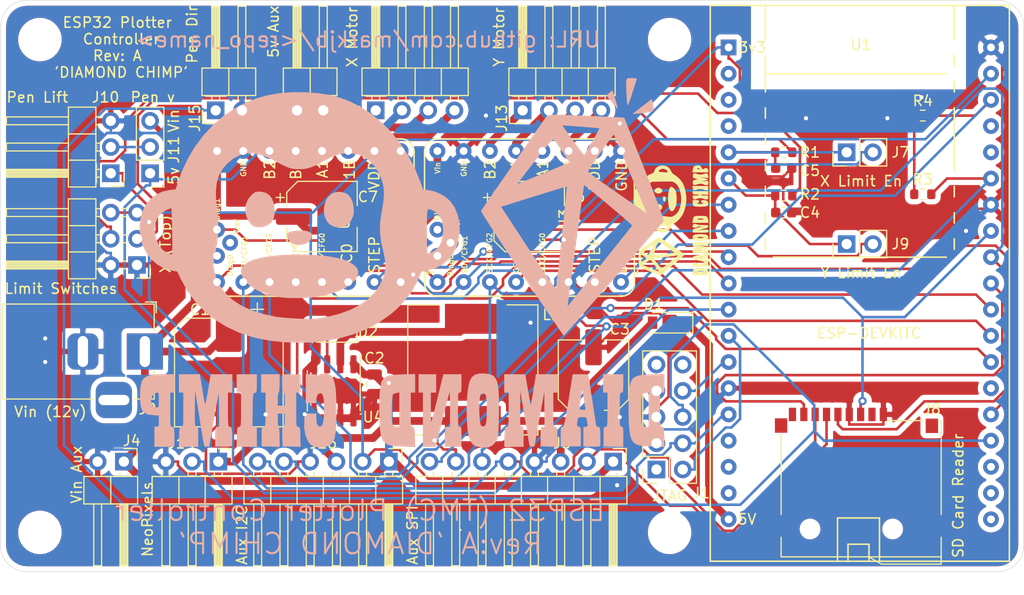
<source format=kicad_pcb>
(kicad_pcb (version 20171130) (host pcbnew "(5.1.9)-1")
  (layers (0 F.Cu signal) (31 B.Cu signal) (34 B.Paste user) (35 F.Paste user) (36 B.SilkS user) (37 F.SilkS user) (38 B.Mask user) (39 F.Mask user) (44 Edge.Cuts user))
  (net 0 "")
  (net 1 GND)
  (net 2 +5V)
  (net 3 /Y_Limit)
  (net 4 /X_Limit)
  (net 5 "Net-(D1-Pad1)")
  (net 6 "Net-(D2-Pad1)")
  (net 7 /MOSI)
  (net 8 /SCL)
  (net 9 /SDA)
  (net 10 /MISO)
  (net 11 /SCK)
  (net 12 /CS_SD)
  (net 13 /CS_X)
  (net 14 /CS_Y)
  (net 15 /CS_AUX)
  (net 16 "Net-(J2-Pad3)")
  (net 17 "Net-(J5-Pad3)")
  (net 18 "Net-(J5-Pad4)")
  (net 19 +3V3)
  (net 20 "Net-(J7-Pad2)")
  (net 21 "Net-(J8-Pad1)")
  (net 22 "Net-(J8-Pad8)")
  (net 23 "Net-(J9-Pad2)")
  (net 24 "Net-(J10-Pad2)")
  (net 25 /PEN_LIFT)
  (net 26 "Net-(J12-Pad4)")
  (net 27 "Net-(J12-Pad3)")
  (net 28 "Net-(J12-Pad2)")
  (net 29 "Net-(J12-Pad1)")
  (net 30 "Net-(J13-Pad1)")
  (net 31 "Net-(J13-Pad2)")
  (net 32 "Net-(J13-Pad3)")
  (net 33 "Net-(J13-Pad4)")
  (net 34 /Vin)
  (net 35 "Net-(U1-Pad2)")
  (net 36 "Net-(U1-Pad3)")
  (net 37 "Net-(U1-Pad4)")
  (net 38 /Y_Dir)
  (net 39 /X_Dir)
  (net 40 /Y_Step)
  (net 41 /X_Step)
  (net 42 /StepEn)
  (net 43 "Net-(U1-Pad16)")
  (net 44 "Net-(U1-Pad17)")
  (net 45 "Net-(U1-Pad18)")
  (net 46 "Net-(U1-Pad20)")
  (net 47 "Net-(U1-Pad21)")
  (net 48 "Net-(U1-Pad22)")
  (net 49 "Net-(U1-Pad25)")
  (net 50 "Net-(U1-Pad34)")
  (net 51 "Net-(U1-Pad35)")
  (net 52 "Net-(U2-Pad17)")
  (net 53 "Net-(U3-Pad17)")
  (net 54 "Net-(J1-Pad1)")
  (net 55 /JTAG_TMS)
  (net 56 /NEO_PIXELS_JTAG_TCK)
  (net 57 /PEN_DIR_JTAG_TDO)
  (net 58 "Net-(J1-Pad7)")
  (net 59 /JTAG_TDI)
  (net 60 "Net-(J1-Pad9)")
  (net 61 "Net-(J1-Pad10)")
  (module Connector_PinSocket_2.54mm:PinSocket_2x05_P2.54mm_Vertical (layer F.Cu) (at 88.9 114.554 180)
    (fp_text reference J1 (at -4.318 -2.286) (layer F.SilkS))
    (fp_text value "ARM JTAG 10pin")
    (pad 1 thru_hole rect (at 0 0 180) (size 1.7 1.7) (drill 1) (layers *.Cu *.Mask) (net 54 "Net-(J1-Pad1)"))
    (pad 2 thru_hole oval (at -2.54 0 180) (size 1.7 1.7) (drill 1) (layers *.Cu *.Mask) (net 55 /JTAG_TMS))
    (pad 3 thru_hole oval (at 0 2.54 180) (size 1.7 1.7) (drill 1) (layers *.Cu *.Mask) (net 1 GND))
    (pad 4 thru_hole oval (at -2.54 2.54 180) (size 1.7 1.7) (drill 1) (layers *.Cu *.Mask) (net 56 /NEO_PIXELS_JTAG_TCK))
    (pad 5 thru_hole oval (at 0 5.08 180) (size 1.7 1.7) (drill 1) (layers *.Cu *.Mask) (net 1 GND))
    (pad 6 thru_hole oval (at -2.54 5.08 180) (size 1.7 1.7) (drill 1) (layers *.Cu *.Mask) (net 57 /PEN_DIR_JTAG_TDO))
    (pad 7 thru_hole oval (at 0 7.62 180) (size 1.7 1.7) (drill 1) (layers *.Cu *.Mask) (net 58 "Net-(J1-Pad7)"))
    (pad 8 thru_hole oval (at -2.54 7.62 180) (size 1.7 1.7) (drill 1) (layers *.Cu *.Mask) (net 59 /JTAG_TDI))
    (pad 9 thru_hole oval (at 0 10.16 180) (size 1.7 1.7) (drill 1) (layers *.Cu *.Mask) (net 60 "Net-(J1-Pad9)"))
    (pad 10 thru_hole oval (at -2.54 10.16 180) (size 1.7 1.7) (drill 1) (layers *.Cu *.Mask) (net 61 "Net-(J1-Pad10)"))
  )
  (module custom:HK-TF01A (layer F.Cu) (at 100.965 109.22)
    (fp_text reference J8 (at 14.605 -0.508) (layer F.SilkS))
    (fp_text value Micro_SD_Card)
    (pad "" np_thru_hole circle (at 10.8 11.1) (size 1 1) (drill 1) (layers *.Cu *.Mask))
    (pad "" np_thru_hole circle (at 2.8 11.1) (size 1 1) (drill 1) (layers *.Cu *.Mask))
    (pad 13 smd rect (at 15.5 10.8) (size 1.2 2) (layers F.Cu F.Paste F.Mask))
    (pad 12 smd rect (at 0 10.8) (size 1.2 2) (layers F.Cu F.Paste F.Mask))
    (pad 11 smd rect (at 14.6 1.1) (size 1.2 1.4) (layers F.Cu F.Paste F.Mask))
    (pad 10 smd rect (at 0 1.075) (size 1.2 1.4) (layers F.Cu F.Paste F.Mask))
    (pad 9 smd rect (at 9.9 0) (size 0.7 1.3) (layers F.Cu F.Paste F.Mask) (net 1 GND))
    (pad 8 smd rect (at 8.8 0) (size 0.7 1.3) (layers F.Cu F.Paste F.Mask) (net 22 "Net-(J8-Pad8)"))
    (pad 7 smd rect (at 7.7 0) (size 0.7 1.3) (layers F.Cu F.Paste F.Mask) (net 10 /MISO))
    (pad 6 smd rect (at 6.6 0) (size 0.7 1.3) (layers F.Cu F.Paste F.Mask) (net 1 GND))
    (pad 5 smd rect (at 5.5 0) (size 0.7 1.3) (layers F.Cu F.Paste F.Mask) (net 11 /SCK))
    (pad 4 smd rect (at 4.4 0) (size 0.7 1.3) (layers F.Cu F.Paste F.Mask) (net 19 +3V3))
    (pad 3 smd rect (at 3.3 0) (size 0.7 1.3) (layers F.Cu F.Paste F.Mask) (net 7 /MOSI))
    (pad 2 smd rect (at 2.2 0) (size 0.7 1.3) (layers F.Cu F.Paste F.Mask) (net 12 /CS_SD))
    (pad 1 smd rect (at 1.1 0) (size 0.7 1.3) (layers F.Cu F.Paste F.Mask) (net 21 "Net-(J8-Pad1)"))
  )
  (module custom:StepstickTMCv2 (layer F.Cu) (at 67.691 96.393 90)
    (fp_text reference U3 (at 6.096 12.319 270) (layer F.SilkS))
    (fp_text value TMC2130)
    (fp_text user Vref (at 5.3848 1.905 270) (layer F.SilkS) (effects (font (size 0.5 0.5) (thickness 0.1))))
    (fp_text user Diag1 (at 7.0612 0 270) (layer F.SilkS) (effects (font (size 0.5 0.5) (thickness 0.1))))
    (fp_text user Diag0 (at 1.6002 1.27 270) (layer F.SilkS) (effects (font (size 0.5 0.5) (thickness 0.1))))
    (fp_text user GND (at 10.287 17.8308 270) (layer F.SilkS))
    (fp_text user VDD (at 10.3632 15.2146 270) (layer F.SilkS))
    (fp_text user 1B (at 10.8966 12.827 270) (layer F.SilkS))
    (fp_text user A1 (at 10.9728 10.2108 270) (layer F.SilkS))
    (fp_text user B1 (at 10.8966 7.6454 270) (layer F.SilkS))
    (fp_text user B2 (at 10.8966 5.1054 270) (layer F.SilkS))
    (fp_text user GND (at 10.9728 2.5654 270) (layer F.SilkS) (effects (font (size 0.5 0.5) (thickness 0.1))))
    (fp_text user Vin (at 11.049 0.0254 270) (layer F.SilkS) (effects (font (size 0.5 0.5) (thickness 0.1))))
    (fp_text user ~EN (at 1.2192 -0.635 270) (layer F.SilkS) (effects (font (size 0.5 0.5) (thickness 0.1))))
    (fp_text user SDI/CFG1 (at 2.667 2.6416 270) (layer F.SilkS) (effects (font (size 0.5 0.5) (thickness 0.1))))
    (fp_text user SCK/CFG2 (at 2.8194 5.0546 90) (layer F.SilkS) (effects (font (size 0.5 0.5) (thickness 0.1))))
    (fp_text user CS/CFG3 (at 2.5654 7.6454 270) (layer F.SilkS) (effects (font (size 0.5 0.5) (thickness 0.1))))
    (fp_text user SDO/CFG0 (at 2.794 10.16 270) (layer F.SilkS) (effects (font (size 0.5 0.5) (thickness 0.1))))
    (fp_text user DC0 (at 2.286 12.573 270) (layer F.SilkS))
    (fp_text user STEP (at 2.6416 15.24 270) (layer F.SilkS))
    (fp_text user DIR (at 2.0828 17.8308 270) (layer F.SilkS))
    (pad 19 thru_hole circle (at 3.81 1.27 270) (size 1.524 1.524) (drill 0.762) (layers *.Cu *.Mask))
    (pad 18 thru_hole circle (at 5.08 0 270) (size 1.524 1.524) (drill 0.762) (layers *.Cu *.Mask) (net 23 "Net-(J9-Pad2)"))
    (pad 17 thru_hole circle (at 2.54 0 270) (size 1.524 1.524) (drill 0.762) (layers *.Cu *.Mask) (net 53 "Net-(U3-Pad17)"))
    (pad 8 thru_hole circle (at 0 17.78 270) (size 1.524 1.524) (drill 0.762) (layers *.Cu *.Mask) (net 38 /Y_Dir))
    (pad 7 thru_hole circle (at 0 15.24 270) (size 1.524 1.524) (drill 0.762) (layers *.Cu *.Mask) (net 40 /Y_Step))
    (pad 6 thru_hole circle (at 0 12.7 270) (size 1.524 1.524) (drill 0.762) (layers *.Cu *.Mask) (net 1 GND))
    (pad 5 thru_hole circle (at 0 10.16 270) (size 1.524 1.524) (drill 0.762) (layers *.Cu *.Mask) (net 10 /MISO))
    (pad 4 thru_hole circle (at 0 7.62 270) (size 1.524 1.524) (drill 0.762) (layers *.Cu *.Mask) (net 14 /CS_Y))
    (pad 3 thru_hole circle (at 0 5.08 270) (size 1.524 1.524) (drill 0.762) (layers *.Cu *.Mask) (net 11 /SCK))
    (pad 2 thru_hole circle (at 0 2.54 270) (size 1.524 1.524) (drill 0.762) (layers *.Cu *.Mask) (net 7 /MOSI))
    (pad 1 thru_hole circle (at 0 0 270) (size 1.524 1.524) (drill 0.762) (layers *.Cu *.Mask) (net 42 /StepEn))
    (pad 16 thru_hole circle (at 12.7 0 270) (size 1.524 1.524) (drill 0.762) (layers *.Cu *.Mask) (net 34 /Vin))
    (pad 15 thru_hole circle (at 12.7 2.54 270) (size 1.524 1.524) (drill 0.762) (layers *.Cu *.Mask) (net 1 GND))
    (pad 14 thru_hole circle (at 12.7 5.08 270) (size 1.524 1.524) (drill 0.762) (layers *.Cu *.Mask) (net 30 "Net-(J13-Pad1)"))
    (pad 13 thru_hole circle (at 12.7 7.62 270) (size 1.524 1.524) (drill 0.762) (layers *.Cu *.Mask) (net 31 "Net-(J13-Pad2)"))
    (pad 12 thru_hole circle (at 12.7 10.16 270) (size 1.524 1.524) (drill 0.762) (layers *.Cu *.Mask) (net 32 "Net-(J13-Pad3)"))
    (pad 11 thru_hole circle (at 12.7 12.7 270) (size 1.524 1.524) (drill 0.762) (layers *.Cu *.Mask) (net 33 "Net-(J13-Pad4)"))
    (pad 10 thru_hole circle (at 12.7 15.24 270) (size 1.524 1.524) (drill 0.762) (layers *.Cu *.Mask) (net 19 +3V3))
    (pad 9 thru_hole circle (at 12.7 17.78 270) (size 1.524 1.524) (drill 0.762) (layers *.Cu *.Mask) (net 1 GND))
  )
  (module custom:StepstickTMCv2 (layer F.Cu) (at 46.355 96.393 90)
    (fp_text reference U2 (at 6.096 12.319 270) (layer F.SilkS))
    (fp_text value TMC2130)
    (fp_text user Vref (at 5.3848 1.905 270) (layer F.SilkS) (effects (font (size 0.5 0.5) (thickness 0.1))))
    (fp_text user Diag1 (at 7.0612 0 270) (layer F.SilkS) (effects (font (size 0.5 0.5) (thickness 0.1))))
    (fp_text user Diag0 (at 1.6002 1.27 270) (layer F.SilkS) (effects (font (size 0.5 0.5) (thickness 0.1))))
    (fp_text user GND (at 10.287 17.8308 270) (layer F.SilkS))
    (fp_text user VDD (at 10.3632 15.2146 270) (layer F.SilkS))
    (fp_text user 1B (at 10.8966 12.827 270) (layer F.SilkS))
    (fp_text user A1 (at 10.9728 10.2108 270) (layer F.SilkS))
    (fp_text user B1 (at 10.8966 7.6454 270) (layer F.SilkS))
    (fp_text user B2 (at 10.8966 5.1054 270) (layer F.SilkS))
    (fp_text user GND (at 10.9728 2.5654 270) (layer F.SilkS) (effects (font (size 0.5 0.5) (thickness 0.1))))
    (fp_text user Vin (at 11.049 0.0254 270) (layer F.SilkS) (effects (font (size 0.5 0.5) (thickness 0.1))))
    (fp_text user ~EN (at 1.2192 -0.635 270) (layer F.SilkS) (effects (font (size 0.5 0.5) (thickness 0.1))))
    (fp_text user SDI/CFG1 (at 2.667 2.6416 270) (layer F.SilkS) (effects (font (size 0.5 0.5) (thickness 0.1))))
    (fp_text user SCK/CFG2 (at 2.8194 5.0546 90) (layer F.SilkS) (effects (font (size 0.5 0.5) (thickness 0.1))))
    (fp_text user CS/CFG3 (at 2.5654 7.6454 270) (layer F.SilkS) (effects (font (size 0.5 0.5) (thickness 0.1))))
    (fp_text user SDO/CFG0 (at 2.794 10.16 270) (layer F.SilkS) (effects (font (size 0.5 0.5) (thickness 0.1))))
    (fp_text user DC0 (at 2.286 12.573 270) (layer F.SilkS))
    (fp_text user STEP (at 2.6416 15.24 270) (layer F.SilkS))
    (fp_text user DIR (at 2.0828 17.8308 270) (layer F.SilkS))
    (pad 19 thru_hole circle (at 3.81 1.27 270) (size 1.524 1.524) (drill 0.762) (layers *.Cu *.Mask))
    (pad 18 thru_hole circle (at 5.08 0 270) (size 1.524 1.524) (drill 0.762) (layers *.Cu *.Mask) (net 20 "Net-(J7-Pad2)"))
    (pad 17 thru_hole circle (at 2.54 0 270) (size 1.524 1.524) (drill 0.762) (layers *.Cu *.Mask) (net 52 "Net-(U2-Pad17)"))
    (pad 8 thru_hole circle (at 0 17.78 270) (size 1.524 1.524) (drill 0.762) (layers *.Cu *.Mask) (net 39 /X_Dir))
    (pad 7 thru_hole circle (at 0 15.24 270) (size 1.524 1.524) (drill 0.762) (layers *.Cu *.Mask) (net 41 /X_Step))
    (pad 6 thru_hole circle (at 0 12.7 270) (size 1.524 1.524) (drill 0.762) (layers *.Cu *.Mask) (net 1 GND))
    (pad 5 thru_hole circle (at 0 10.16 270) (size 1.524 1.524) (drill 0.762) (layers *.Cu *.Mask) (net 10 /MISO))
    (pad 4 thru_hole circle (at 0 7.62 270) (size 1.524 1.524) (drill 0.762) (layers *.Cu *.Mask) (net 13 /CS_X))
    (pad 3 thru_hole circle (at 0 5.08 270) (size 1.524 1.524) (drill 0.762) (layers *.Cu *.Mask) (net 11 /SCK))
    (pad 2 thru_hole circle (at 0 2.54 270) (size 1.524 1.524) (drill 0.762) (layers *.Cu *.Mask) (net 7 /MOSI))
    (pad 1 thru_hole circle (at 0 0 270) (size 1.524 1.524) (drill 0.762) (layers *.Cu *.Mask) (net 42 /StepEn))
    (pad 16 thru_hole circle (at 12.7 0 270) (size 1.524 1.524) (drill 0.762) (layers *.Cu *.Mask) (net 34 /Vin))
    (pad 15 thru_hole circle (at 12.7 2.54 270) (size 1.524 1.524) (drill 0.762) (layers *.Cu *.Mask) (net 1 GND))
    (pad 14 thru_hole circle (at 12.7 5.08 270) (size 1.524 1.524) (drill 0.762) (layers *.Cu *.Mask) (net 29 "Net-(J12-Pad1)"))
    (pad 13 thru_hole circle (at 12.7 7.62 270) (size 1.524 1.524) (drill 0.762) (layers *.Cu *.Mask) (net 28 "Net-(J12-Pad2)"))
    (pad 12 thru_hole circle (at 12.7 10.16 270) (size 1.524 1.524) (drill 0.762) (layers *.Cu *.Mask) (net 27 "Net-(J12-Pad3)"))
    (pad 11 thru_hole circle (at 12.7 12.7 270) (size 1.524 1.524) (drill 0.762) (layers *.Cu *.Mask) (net 26 "Net-(J12-Pad4)"))
    (pad 10 thru_hole circle (at 12.7 15.24 270) (size 1.524 1.524) (drill 0.762) (layers *.Cu *.Mask) (net 19 +3V3))
    (pad 9 thru_hole circle (at 12.7 17.78 270) (size 1.524 1.524) (drill 0.762) (layers *.Cu *.Mask) (net 1 GND))
  )
  (module custom:dc_600 (layer B.Cu) (at 64.262 94.488 180)
    (fp_text reference G*** hide)
    (fp_text value LOGO hide)
  )
  (module custom:dc_7mm (layer F.Cu) (at 90.17 90.424 90)
    (fp_text reference G*** hide)
    (fp_text value LOGO hide)
  )
  (module custom:DEVKITC (layer F.Cu) (at 95.885 73.66)
    (fp_text reference U1 (at 12.827 -0.254) (layer F.SilkS))
    (fp_text value ESP-DEVKITC (at 13.589 27.686) (layer F.SilkS))
    (fp_text user 3v3 (at 2.286 0) (layer F.SilkS))
    (fp_text user 5V (at 1.778 45.72) (layer F.SilkS))
    (pad 38 thru_hole circle (at 25.4 0) (size 1.524 1.524) (drill 0.762) (layers *.Cu *.Mask) (net 1 GND))
    (pad 37 thru_hole circle (at 25.4 2.54) (size 1.524 1.524) (drill 0.762) (layers *.Cu *.Mask) (net 7 /MOSI))
    (pad 36 thru_hole circle (at 25.4 5.08) (size 1.524 1.524) (drill 0.762) (layers *.Cu *.Mask) (net 8 /SCL))
    (pad 35 thru_hole circle (at 25.4 7.62) (size 1.524 1.524) (drill 0.762) (layers *.Cu *.Mask) (net 51 "Net-(U1-Pad35)"))
    (pad 34 thru_hole circle (at 25.4 10.16) (size 1.524 1.524) (drill 0.762) (layers *.Cu *.Mask) (net 50 "Net-(U1-Pad34)"))
    (pad 33 thru_hole circle (at 25.4 12.7) (size 1.524 1.524) (drill 0.762) (layers *.Cu *.Mask) (net 9 /SDA))
    (pad 32 thru_hole circle (at 25.4 15.24) (size 1.524 1.524) (drill 0.762) (layers *.Cu *.Mask) (net 1 GND))
    (pad 31 thru_hole circle (at 25.4 17.78) (size 1.524 1.524) (drill 0.762) (layers *.Cu *.Mask) (net 10 /MISO))
    (pad 30 thru_hole circle (at 25.4 20.32) (size 1.524 1.524) (drill 0.762) (layers *.Cu *.Mask) (net 11 /SCK))
    (pad 29 thru_hole circle (at 25.4 22.86) (size 1.524 1.524) (drill 0.762) (layers *.Cu *.Mask) (net 12 /CS_SD))
    (pad 28 thru_hole circle (at 25.4 25.4) (size 1.524 1.524) (drill 0.762) (layers *.Cu *.Mask) (net 13 /CS_X))
    (pad 27 thru_hole circle (at 25.4 27.94) (size 1.524 1.524) (drill 0.762) (layers *.Cu *.Mask) (net 14 /CS_Y))
    (pad 26 thru_hole circle (at 25.4 30.48) (size 1.524 1.524) (drill 0.762) (layers *.Cu *.Mask) (net 15 /CS_AUX))
    (pad 25 thru_hole circle (at 25.4 33.02) (size 1.524 1.524) (drill 0.762) (layers *.Cu *.Mask) (net 49 "Net-(U1-Pad25)"))
    (pad 24 thru_hole circle (at 25.4 35.56) (size 1.524 1.524) (drill 0.762) (layers *.Cu *.Mask) (net 42 /StepEn))
    (pad 23 thru_hole circle (at 25.4 38.1) (size 1.524 1.524) (drill 0.762) (layers *.Cu *.Mask) (net 57 /PEN_DIR_JTAG_TDO))
    (pad 22 thru_hole circle (at 25.4 40.64) (size 1.524 1.524) (drill 0.762) (layers *.Cu *.Mask) (net 48 "Net-(U1-Pad22)"))
    (pad 21 thru_hole circle (at 25.4 43.18) (size 1.524 1.524) (drill 0.762) (layers *.Cu *.Mask) (net 47 "Net-(U1-Pad21)"))
    (pad 20 thru_hole circle (at 25.4 45.72) (size 1.524 1.524) (drill 0.762) (layers *.Cu *.Mask) (net 46 "Net-(U1-Pad20)"))
    (pad 19 thru_hole circle (at 0 45.72) (size 1.524 1.524) (drill 0.762) (layers *.Cu *.Mask) (net 5 "Net-(D1-Pad1)"))
    (pad 18 thru_hole circle (at 0 43.18) (size 1.524 1.524) (drill 0.762) (layers *.Cu *.Mask) (net 45 "Net-(U1-Pad18)"))
    (pad 17 thru_hole circle (at 0 40.64) (size 1.524 1.524) (drill 0.762) (layers *.Cu *.Mask) (net 44 "Net-(U1-Pad17)"))
    (pad 16 thru_hole circle (at 0 38.1) (size 1.524 1.524) (drill 0.762) (layers *.Cu *.Mask) (net 43 "Net-(U1-Pad16)"))
    (pad 15 thru_hole circle (at 0 35.56) (size 1.524 1.524) (drill 0.762) (layers *.Cu *.Mask) (net 56 /NEO_PIXELS_JTAG_TCK))
    (pad 14 thru_hole circle (at 0 33.02) (size 1.524 1.524) (drill 0.762) (layers *.Cu *.Mask) (net 1 GND))
    (pad 13 thru_hole circle (at 0 30.48) (size 1.524 1.524) (drill 0.762) (layers *.Cu *.Mask) (net 59 /JTAG_TDI))
    (pad 12 thru_hole circle (at 0 27.94) (size 1.524 1.524) (drill 0.762) (layers *.Cu *.Mask) (net 55 /JTAG_TMS))
    (pad 11 thru_hole circle (at 0 25.4) (size 1.524 1.524) (drill 0.762) (layers *.Cu *.Mask) (net 25 /PEN_LIFT))
    (pad 10 thru_hole circle (at 0 22.86) (size 1.524 1.524) (drill 0.762) (layers *.Cu *.Mask) (net 39 /X_Dir))
    (pad 9 thru_hole circle (at 0 20.32) (size 1.524 1.524) (drill 0.762) (layers *.Cu *.Mask) (net 41 /X_Step))
    (pad 8 thru_hole circle (at 0 17.78) (size 1.524 1.524) (drill 0.762) (layers *.Cu *.Mask) (net 38 /Y_Dir))
    (pad 7 thru_hole circle (at 0 15.24) (size 1.524 1.524) (drill 0.762) (layers *.Cu *.Mask) (net 40 /Y_Step))
    (pad 6 thru_hole circle (at 0 12.7) (size 1.524 1.524) (drill 0.762) (layers *.Cu *.Mask) (net 3 /Y_Limit))
    (pad 5 thru_hole circle (at 0 10.16) (size 1.524 1.524) (drill 0.762) (layers *.Cu *.Mask) (net 4 /X_Limit))
    (pad 4 thru_hole circle (at 0 7.62) (size 1.524 1.524) (drill 0.762) (layers *.Cu *.Mask) (net 37 "Net-(U1-Pad4)"))
    (pad 3 thru_hole circle (at 0 5.08) (size 1.524 1.524) (drill 0.762) (layers *.Cu *.Mask) (net 36 "Net-(U1-Pad3)"))
    (pad 2 thru_hole circle (at 0 2.54) (size 1.524 1.524) (drill 0.762) (layers *.Cu *.Mask) (net 35 "Net-(U1-Pad2)"))
    (pad 1 thru_hole rect (at 0 0) (size 1.524 1.524) (drill 0.762) (layers *.Cu *.Mask) (net 19 +3V3))
  )
  (module MountingHole:MountingHole_3.2mm_M3 (layer F.Cu) (at 90.17 72.898)
    (fp_text reference H2 hide)
    (fp_text value MountingHole_3.2mm_M3)
    (pad "" np_thru_hole circle (at 0 0) (size 3.2 3.2) (drill 3.2) (layers *.Cu *.Mask))
  )
  (module MountingHole:MountingHole_3.2mm_M3 (layer F.Cu) (at 29.21 72.898)
    (fp_text reference H1 hide)
    (fp_text value MountingHole_3.2mm_M3)
    (pad "" np_thru_hole circle (at 0 0) (size 3.2 3.2) (drill 3.2) (layers *.Cu *.Mask))
  )
  (module MountingHole:MountingHole_3.2mm_M3 (layer F.Cu) (at 90.17 120.65)
    (fp_text reference H3 hide)
    (fp_text value MountingHole_3.2mm_M3)
    (pad "" np_thru_hole circle (at 0 0) (size 3.2 3.2) (drill 3.2) (layers *.Cu *.Mask))
  )
  (module MountingHole:MountingHole_3.2mm_M3 (layer F.Cu) (at 29.21 120.65)
    (fp_text reference H4 hide)
    (fp_text value MountingHole_3.2mm_M3)
    (pad "" np_thru_hole circle (at 0 0) (size 3.2 3.2) (drill 3.2) (layers *.Cu *.Mask))
  )
  (module Capacitor_SMD:CP_Elec_10x10 (layer F.Cu) (at 47.498 105.156 270)
    (fp_text reference C1 (at -6.096 2.794 180) (layer F.SilkS))
    (fp_text value "470uF 35v")
    (pad 2 smd roundrect (at 4 0 270) (size 4 2.5) (layers F.Cu F.Paste F.Mask) (roundrect_rratio 0.1) (net 1 GND))
    (pad 1 smd roundrect (at -4 0 270) (size 4 2.5) (layers F.Cu F.Paste F.Mask) (roundrect_rratio 0.1) (net 34 /Vin))
  )
  (module Capacitor_SMD:C_0805_2012Metric (layer F.Cu) (at 61.595 106.299 270)
    (fp_text reference C2 (at -2.54 0 180) (layer F.SilkS))
    (fp_text value 1uF)
    (pad 2 smd roundrect (at 0.95 0 270) (size 1 1.45) (layers F.Cu F.Paste F.Mask) (net 1 GND))
    (pad 1 smd roundrect (at -0.95 0 270) (size 1 1.45) (layers F.Cu F.Paste F.Mask) (net 34 /Vin))
  )
  (module Capacitor_SMD:CP_Elec_6.3x7.7 (layer F.Cu) (at 82.804 105.41 90)
    (fp_text reference C3 (at 4.445 2.54 180) (layer F.SilkS))
    (fp_text value "180uF 35v")
    (pad 2 smd roundrect (at 2.7 0 90) (size 3.5 1.6) (layers F.Cu F.Paste F.Mask) (roundrect_rratio 0.15625) (net 1 GND))
    (pad 1 smd roundrect (at -2.7 0 90) (size 3.5 1.6) (layers F.Cu F.Paste F.Mask) (roundrect_rratio 0.15625) (net 2 +5V))
  )
  (module Capacitor_SMD:CP_Elec_6.3x5.7 (layer F.Cu) (at 76.581 90.043)
    (fp_text reference C6 (at 4.445 -1.905) (layer F.SilkS))
    (fp_text value "47uF 35V")
    (pad 2 smd roundrect (at 2.7 0) (size 3.5 1.6) (layers F.Cu F.Paste F.Mask) (roundrect_rratio 0.15625) (net 1 GND))
    (pad 1 smd roundrect (at -2.7 0) (size 3.5 1.6) (layers F.Cu F.Paste F.Mask) (roundrect_rratio 0.15625) (net 34 /Vin))
  )
  (module Capacitor_SMD:CP_Elec_6.3x5.7 (layer F.Cu) (at 56.515 90.043)
    (fp_text reference C7 (at 4.445 -1.905) (layer F.SilkS))
    (fp_text value "47uF 35V")
    (pad 2 smd roundrect (at 2.7 0) (size 3.5 1.6) (layers F.Cu F.Paste F.Mask) (roundrect_rratio 0.15625) (net 1 GND))
    (pad 1 smd roundrect (at -2.7 0) (size 3.5 1.6) (layers F.Cu F.Paste F.Mask) (roundrect_rratio 0.15625) (net 34 /Vin))
  )
  (module Diode_SMD:D_SOD-123 (layer F.Cu) (at 90.17 100.33 180)
    (fp_text reference D1 (at 1.524 1.778) (layer F.SilkS))
    (fp_text value B5819W)
    (pad 2 smd rect (at 1.65 0 180) (size 0.9 1.2) (layers F.Cu F.Paste F.Mask) (net 2 +5V))
    (pad 1 smd rect (at -1.65 0 180) (size 0.9 1.2) (layers F.Cu F.Paste F.Mask) (net 5 "Net-(D1-Pad1)"))
  )
  (module Diode_SMD:D_SOD-123 (layer F.Cu) (at 57.658 101.219 180)
    (fp_text reference D2 (at -3.302 0 180) (layer F.SilkS))
    (fp_text value B5819W)
    (pad 2 smd rect (at 1.65 0 180) (size 0.9 1.2) (layers F.Cu F.Paste F.Mask) (net 1 GND))
    (pad 1 smd rect (at -1.65 0 180) (size 0.9 1.2) (layers F.Cu F.Paste F.Mask) (net 6 "Net-(D2-Pad1)"))
  )
  (module Connector_BarrelJack:BarrelJack_Horizontal (layer F.Cu) (at 39.37 103.124)
    (fp_text reference J2 (at 0.254 5.588) (layer F.SilkS))
    (fp_text value Power)
    (pad 3 thru_hole roundrect (at -3 4.7) (size 3.5 3.5) (drill oval 3 1) (layers *.Cu *.Mask) (net 16 "Net-(J2-Pad3)"))
    (pad 2 thru_hole roundrect (at -6 0) (size 3 3.5) (drill oval 1 3) (layers *.Cu *.Mask) (net 1 GND))
    (pad 1 thru_hole rect (at 0 0) (size 3.5 3.5) (drill oval 1 3) (layers *.Cu *.Mask) (net 34 /Vin))
  )
  (module Connector_PinHeader_2.54mm:PinHeader_1x02_P2.54mm_Horizontal (layer F.Cu) (at 54.102 79.756 90)
    (fp_text reference J3 (at -1.27 -2.032 90) (layer F.SilkS))
    (fp_text value "5V Aux")
    (pad 2 thru_hole oval (at 0 2.54 90) (size 1.7 1.7) (drill 1) (layers *.Cu *.Mask) (net 1 GND))
    (pad 1 thru_hole rect (at 0 0 90) (size 1.7 1.7) (drill 1) (layers *.Cu *.Mask) (net 2 +5V))
  )
  (module Connector_PinHeader_2.54mm:PinHeader_1x02_P2.54mm_Horizontal (layer F.Cu) (at 37.338 113.792 270)
    (fp_text reference J4 (at -2.032 -0.762 180) (layer F.SilkS))
    (fp_text value "Vin Aux")
    (pad 2 thru_hole oval (at 0 2.54 270) (size 1.7 1.7) (drill 1) (layers *.Cu *.Mask) (net 1 GND))
    (pad 1 thru_hole rect (at 0 0 270) (size 1.7 1.7) (drill 1) (layers *.Cu *.Mask) (net 34 /Vin))
  )
  (module Connector_PinHeader_2.54mm:PinHeader_2x03_P2.54mm_Horizontal (layer F.Cu) (at 38.608 94.742 180)
    (fp_text reference J5 (at -2.032 5.842) (layer F.SilkS))
    (fp_text value "Limit Switches")
    (pad 6 thru_hole oval (at 2.54 5.08 180) (size 1.7 1.7) (drill 1) (layers *.Cu *.Mask) (net 19 +3V3))
    (pad 5 thru_hole oval (at 0 5.08 180) (size 1.7 1.7) (drill 1) (layers *.Cu *.Mask) (net 19 +3V3))
    (pad 4 thru_hole oval (at 2.54 2.54 180) (size 1.7 1.7) (drill 1) (layers *.Cu *.Mask) (net 18 "Net-(J5-Pad4)"))
    (pad 3 thru_hole oval (at 0 2.54 180) (size 1.7 1.7) (drill 1) (layers *.Cu *.Mask) (net 17 "Net-(J5-Pad3)"))
    (pad 2 thru_hole oval (at 2.54 0 180) (size 1.7 1.7) (drill 1) (layers *.Cu *.Mask) (net 1 GND))
    (pad 1 thru_hole rect (at 0 0 180) (size 1.7 1.7) (drill 1) (layers *.Cu *.Mask) (net 1 GND))
  )
  (module Connector_PinHeader_2.54mm:PinHeader_1x08_P2.54mm_Horizontal (layer F.Cu) (at 84.709 113.792 270)
    (fp_text reference J6 (at -1.778 4.953 180) (layer F.SilkS))
    (fp_text value "Aux Port (SPI)")
    (pad 8 thru_hole oval (at 0 17.78 270) (size 1.7 1.7) (drill 1) (layers *.Cu *.Mask) (net 15 /CS_AUX))
    (pad 7 thru_hole oval (at 0 15.24 270) (size 1.7 1.7) (drill 1) (layers *.Cu *.Mask) (net 11 /SCK))
    (pad 6 thru_hole oval (at 0 12.7 270) (size 1.7 1.7) (drill 1) (layers *.Cu *.Mask) (net 10 /MISO))
    (pad 5 thru_hole oval (at 0 10.16 270) (size 1.7 1.7) (drill 1) (layers *.Cu *.Mask) (net 7 /MOSI))
    (pad 4 thru_hole oval (at 0 7.62 270) (size 1.7 1.7) (drill 1) (layers *.Cu *.Mask) (net 1 GND))
    (pad 3 thru_hole oval (at 0 5.08 270) (size 1.7 1.7) (drill 1) (layers *.Cu *.Mask) (net 2 +5V))
    (pad 2 thru_hole oval (at 0 2.54 270) (size 1.7 1.7) (drill 1) (layers *.Cu *.Mask) (net 19 +3V3))
    (pad 1 thru_hole rect (at 0 0 270) (size 1.7 1.7) (drill 1) (layers *.Cu *.Mask) (net 34 /Vin))
  )
  (module Connector_PinHeader_2.54mm:PinHeader_1x02_P2.54mm_Vertical (layer F.Cu) (at 107.315 83.82 90)
    (fp_text reference J7 (at 0 5.207 180) (layer F.SilkS))
    (fp_text value "X Limit")
    (pad 2 thru_hole oval (at 0 2.54 90) (size 1.7 1.7) (drill 1) (layers *.Cu *.Mask) (net 20 "Net-(J7-Pad2)"))
    (pad 1 thru_hole rect (at 0 0 90) (size 1.7 1.7) (drill 1) (layers *.Cu *.Mask) (net 4 /X_Limit))
  )
  (module Connector_PinHeader_2.54mm:PinHeader_1x02_P2.54mm_Vertical (layer F.Cu) (at 107.315 92.71 90)
    (fp_text reference J9 (at 0 5.207 180) (layer F.SilkS))
    (fp_text value "Y Limit")
    (pad 2 thru_hole oval (at 0 2.54 90) (size 1.7 1.7) (drill 1) (layers *.Cu *.Mask) (net 23 "Net-(J9-Pad2)"))
    (pad 1 thru_hole rect (at 0 0 90) (size 1.7 1.7) (drill 1) (layers *.Cu *.Mask) (net 3 /Y_Limit))
  )
  (module Connector_PinHeader_2.54mm:PinHeader_1x03_P2.54mm_Horizontal (layer F.Cu) (at 36.068 85.852 180)
    (fp_text reference J10 (at 0.508 7.366) (layer F.SilkS))
    (fp_text value "Pen Lift")
    (pad 3 thru_hole oval (at 0 5.08 180) (size 1.7 1.7) (drill 1) (layers *.Cu *.Mask) (net 1 GND))
    (pad 2 thru_hole oval (at 0 2.54 180) (size 1.7 1.7) (drill 1) (layers *.Cu *.Mask) (net 24 "Net-(J10-Pad2)"))
    (pad 1 thru_hole rect (at 0 0 180) (size 1.7 1.7) (drill 1) (layers *.Cu *.Mask) (net 25 /PEN_LIFT))
  )
  (module Connector_PinHeader_2.54mm:PinHeader_1x03_P2.54mm_Vertical (layer F.Cu) (at 39.878 85.852 180)
    (fp_text reference J11 (at -2.286 2.286 90) (layer F.SilkS))
    (fp_text value Vselect)
    (pad 3 thru_hole oval (at 0 5.08 180) (size 1.7 1.7) (drill 1) (layers *.Cu *.Mask) (net 34 /Vin))
    (pad 2 thru_hole oval (at 0 2.54 180) (size 1.7 1.7) (drill 1) (layers *.Cu *.Mask) (net 24 "Net-(J10-Pad2)"))
    (pad 1 thru_hole rect (at 0 0 180) (size 1.7 1.7) (drill 1) (layers *.Cu *.Mask) (net 2 +5V))
  )
  (module Connector_PinHeader_2.54mm:PinHeader_1x04_P2.54mm_Horizontal (layer F.Cu) (at 61.722 79.756 90)
    (fp_text reference J12 (at -0.762 -2.032 90) (layer F.SilkS))
    (fp_text value "X Motor")
    (pad 4 thru_hole oval (at 0 7.62 90) (size 1.7 1.7) (drill 1) (layers *.Cu *.Mask) (net 26 "Net-(J12-Pad4)"))
    (pad 3 thru_hole oval (at 0 5.08 90) (size 1.7 1.7) (drill 1) (layers *.Cu *.Mask) (net 27 "Net-(J12-Pad3)"))
    (pad 2 thru_hole oval (at 0 2.54 90) (size 1.7 1.7) (drill 1) (layers *.Cu *.Mask) (net 28 "Net-(J12-Pad2)"))
    (pad 1 thru_hole rect (at 0 0 90) (size 1.7 1.7) (drill 1) (layers *.Cu *.Mask) (net 29 "Net-(J12-Pad1)"))
  )
  (module Connector_PinHeader_2.54mm:PinHeader_1x04_P2.54mm_Horizontal (layer F.Cu) (at 75.946 79.756 90)
    (fp_text reference J13 (at -0.762 -2.032 90) (layer F.SilkS))
    (fp_text value "Y Motor")
    (pad 4 thru_hole oval (at 0 7.62 90) (size 1.7 1.7) (drill 1) (layers *.Cu *.Mask) (net 33 "Net-(J13-Pad4)"))
    (pad 3 thru_hole oval (at 0 5.08 90) (size 1.7 1.7) (drill 1) (layers *.Cu *.Mask) (net 32 "Net-(J13-Pad3)"))
    (pad 2 thru_hole oval (at 0 2.54 90) (size 1.7 1.7) (drill 1) (layers *.Cu *.Mask) (net 31 "Net-(J13-Pad2)"))
    (pad 1 thru_hole rect (at 0 0 90) (size 1.7 1.7) (drill 1) (layers *.Cu *.Mask) (net 30 "Net-(J13-Pad1)"))
  )
  (module Connector_PinHeader_2.54mm:PinHeader_1x03_P2.54mm_Horizontal (layer F.Cu) (at 46.482 113.792 270)
    (fp_text reference J14 (at -1.778 3.556 180) (layer F.SilkS))
    (fp_text value "Neo Pixel LEDs")
    (pad 3 thru_hole oval (at 0 5.08 270) (size 1.7 1.7) (drill 1) (layers *.Cu *.Mask) (net 1 GND))
    (pad 2 thru_hole oval (at 0 2.54 270) (size 1.7 1.7) (drill 1) (layers *.Cu *.Mask) (net 56 /NEO_PIXELS_JTAG_TCK))
    (pad 1 thru_hole rect (at 0 0 270) (size 1.7 1.7) (drill 1) (layers *.Cu *.Mask) (net 2 +5V))
  )
  (module Connector_PinHeader_2.54mm:PinHeader_1x02_P2.54mm_Horizontal (layer F.Cu) (at 46.228 79.756 90)
    (fp_text reference J15 (at -0.762 -2.032 90) (layer F.SilkS))
    (fp_text value "Pen Direction")
    (pad 2 thru_hole oval (at 0 2.54 90) (size 1.7 1.7) (drill 1) (layers *.Cu *.Mask) (net 1 GND))
    (pad 1 thru_hole rect (at 0 0 90) (size 1.7 1.7) (drill 1) (layers *.Cu *.Mask) (net 57 /PEN_DIR_JTAG_TDO))
  )
  (module Connector_PinHeader_2.54mm:PinHeader_1x06_P2.54mm_Horizontal (layer F.Cu) (at 62.992 113.792 270)
    (fp_text reference J16 (at -1.778 6.35 180) (layer F.SilkS))
    (fp_text value "Aux Port (I2C)")
    (pad 6 thru_hole oval (at 0 12.7 270) (size 1.7 1.7) (drill 1) (layers *.Cu *.Mask) (net 9 /SDA))
    (pad 5 thru_hole oval (at 0 10.16 270) (size 1.7 1.7) (drill 1) (layers *.Cu *.Mask) (net 8 /SCL))
    (pad 4 thru_hole oval (at 0 7.62 270) (size 1.7 1.7) (drill 1) (layers *.Cu *.Mask) (net 1 GND))
    (pad 3 thru_hole oval (at 0 5.08 270) (size 1.7 1.7) (drill 1) (layers *.Cu *.Mask) (net 2 +5V))
    (pad 2 thru_hole oval (at 0 2.54 270) (size 1.7 1.7) (drill 1) (layers *.Cu *.Mask) (net 19 +3V3))
    (pad 1 thru_hole rect (at 0 0 270) (size 1.7 1.7) (drill 1) (layers *.Cu *.Mask) (net 34 /Vin))
  )
  (module Inductor_SMD:L_12x12mm_H6mm (layer F.Cu) (at 71.12 104.902 270)
    (fp_text reference L1 (at -5.334 -7.62 180) (layer F.SilkS))
    (fp_text value 68uH)
    (pad 2 smd rect (at 4.95 0 270) (size 2.9 5.4) (layers F.Cu F.Paste F.Mask) (net 2 +5V))
    (pad 1 smd rect (at -4.95 0 270) (size 2.9 5.4) (layers F.Cu F.Paste F.Mask) (net 6 "Net-(D2-Pad1)"))
  )
  (module Resistor_SMD:R_0603_1608Metric (layer F.Cu) (at 101.219 83.82)
    (fp_text reference R1 (at 2.54 0) (layer F.SilkS))
    (fp_text value 100)
    (pad 2 smd roundrect (at 0.825 0) (size 0.8 0.95) (layers F.Cu F.Paste F.Mask) (net 17 "Net-(J5-Pad3)"))
    (pad 1 smd roundrect (at -0.825 0) (size 0.8 0.95) (layers F.Cu F.Paste F.Mask) (net 4 /X_Limit))
  )
  (module Resistor_SMD:R_0603_1608Metric (layer F.Cu) (at 101.219 88.011)
    (fp_text reference R2 (at 2.54 -0.127) (layer F.SilkS))
    (fp_text value 100)
    (pad 2 smd roundrect (at 0.825 0) (size 0.8 0.95) (layers F.Cu F.Paste F.Mask) (net 18 "Net-(J5-Pad4)"))
    (pad 1 smd roundrect (at -0.825 0) (size 0.8 0.95) (layers F.Cu F.Paste F.Mask) (net 3 /Y_Limit))
  )
  (module Resistor_SMD:R_0603_1608Metric (layer F.Cu) (at 114.681 87.884)
    (fp_text reference R3 (at 0 -1.43) (layer F.SilkS))
    (fp_text value 10K)
    (pad 2 smd roundrect (at 0.825 0) (size 0.8 0.95) (layers F.Cu F.Paste F.Mask) (net 9 /SDA))
    (pad 1 smd roundrect (at -0.825 0) (size 0.8 0.95) (layers F.Cu F.Paste F.Mask) (net 19 +3V3))
  )
  (module Resistor_SMD:R_0603_1608Metric (layer F.Cu) (at 114.681 80.264)
    (fp_text reference R4 (at 0 -1.43) (layer F.SilkS))
    (fp_text value 10K)
    (pad 2 smd roundrect (at 0.825 0) (size 0.8 0.95) (layers F.Cu F.Paste F.Mask) (net 8 /SCL))
    (pad 1 smd roundrect (at -0.825 0) (size 0.8 0.95) (layers F.Cu F.Paste F.Mask) (net 19 +3V3))
  )
  (module Capacitor_SMD:C_0603_1608Metric (layer F.Cu) (at 101.219 89.662)
    (fp_text reference C4 (at 2.54 0) (layer F.SilkS))
    (fp_text value 100nF)
    (pad 1 smd roundrect (at -0.775 0) (size 0.9 0.95) (layers F.Cu F.Paste F.Mask) (net 3 /Y_Limit))
    (pad 2 smd roundrect (at 0.775 0) (size 0.9 0.95) (layers F.Cu F.Paste F.Mask) (net 1 GND))
  )
  (module Capacitor_SMD:C_0603_1608Metric (layer F.Cu) (at 101.219 85.344)
    (fp_text reference C5 (at 2.54 0.254) (layer F.SilkS))
    (fp_text value 100nF)
    (pad 2 smd roundrect (at 0.775 0) (size 0.9 0.95) (layers F.Cu F.Paste F.Mask) (net 1 GND))
    (pad 1 smd roundrect (at -0.775 0) (size 0.9 0.95) (layers F.Cu F.Paste F.Mask) (net 4 /X_Limit))
  )
  (module Package_SO:SO-8_3.9x4.9mm_P1.27mm (layer F.Cu) (at 57.658 106.934 270)
    (fp_text reference U4 (at 2.54 -3.81 180) (layer F.SilkS))
    (fp_text value XL1509)
    (pad 1 smd roundrect (at -2.575 -1.905 270) (size 1.75 0.6) (layers F.Cu F.Paste F.Mask) (net 34 /Vin))
    (pad 2 smd roundrect (at -2.575 -0.635 270) (size 1.75 0.6) (layers F.Cu F.Paste F.Mask) (net 6 "Net-(D2-Pad1)"))
    (pad 3 smd roundrect (at -2.575 0.635 270) (size 1.75 0.6) (layers F.Cu F.Paste F.Mask) (net 2 +5V))
    (pad 4 smd roundrect (at -2.575 1.905 270) (size 1.75 0.6) (layers F.Cu F.Paste F.Mask) (net 1 GND))
    (pad 5 smd roundrect (at 2.575 1.905 270) (size 1.75 0.6) (layers F.Cu F.Paste F.Mask) (net 1 GND))
    (pad 6 smd roundrect (at 2.575 0.635 270) (size 1.75 0.6) (layers F.Cu F.Paste F.Mask) (net 1 GND))
    (pad 7 smd roundrect (at 2.575 -0.635 270) (size 1.75 0.6) (layers F.Cu F.Paste F.Mask) (net 1 GND))
    (pad 8 smd roundrect (at 2.575 -1.905 270) (size 1.75 0.6) (layers F.Cu F.Paste F.Mask) (net 1 GND))
  )
  (gr_line (start 25.4 121.92) (end 25.4 71.628) (layer Edge.Cuts) (width 0.05))
  (gr_line (start 121.92 124.46) (end 27.94 124.46) (layer Edge.Cuts) (width 0.05))
  (gr_line (start 124.46 71.628) (end 124.46 121.92) (layer Edge.Cuts) (width 0.05))
  (gr_line (start 27.94 69.088) (end 121.92 69.088) (layer Edge.Cuts) (width 0.05))
  (gr_arc (start 27.94 71.628) (end 27.94 69.088) (angle -90) (layer Edge.Cuts) (width 0.05))
  (gr_arc (start 27.94 121.92) (end 25.4 121.92) (angle -90) (layer Edge.Cuts) (width 0.05))
  (gr_arc (start 121.92 121.92) (end 124.46 121.92) (angle 90) (layer Edge.Cuts) (width 0.05))
  (gr_arc (start 121.92 71.628) (end 124.46 71.628) (angle -90) (layer Edge.Cuts) (width 0.05))
  (gr_text "URL: github.com/markjb/<repo_name>" (at 60.96 72.898) (layer B.SilkS) (effects (font (size 1.5 1.5) (thickness 0.2)) (justify mirror)))
  (gr_text "SD Card Reader" (at 118.11 117.094 90) (layer F.SilkS) (effects (font (size 1 1))))
  (gr_text JTAG (at 90.17 117.094) (layer F.SilkS) (effects (font (size 1 1))))
  (gr_text "Y Limit En" (at 108.712 95.504) (layer F.SilkS) (effects (font (size 1 1))))
  (gr_text "X Limit En" (at 108.712 86.614) (layer F.SilkS) (effects (font (size 1 1))))
  (gr_text "Aux SPI" (at 65.278 120.904 90) (layer F.SilkS) (effects (font (size 1 1))))
  (gr_text "Aux I2C" (at 48.768 120.904 90) (layer F.SilkS) (effects (font (size 1 1))))
  (gr_text NeoPixels (at 39.624 119.38 90) (layer F.SilkS) (effects (font (size 1 1))))
  (gr_text "Vin Aux" (at 32.766 115.062 90) (layer F.SilkS) (effects (font (size 1 1))))
  (gr_text "Vin (12v)" (at 30.226 108.966) (layer F.SilkS) (effects (font (size 1 1))))
  (gr_text "X (Top)\ny (Btm)" (at 42.164 92.71 90) (layer F.SilkS) (effects (font (size 1 1))))
  (gr_text "Limit Switches" (at 31.242 97.028) (layer F.SilkS) (effects (font (size 1 1))))
  (gr_text 5v (at 42.164 86.106 90) (layer F.SilkS) (effects (font (size 1 1))))
  (gr_text Vin (at 42.164 80.772 90) (layer F.SilkS) (effects (font (size 1 1))))
  (gr_text "Pen v" (at 40.132 78.486) (layer F.SilkS) (effects (font (size 1 1))))
  (gr_text "Pen Lift" (at 28.956 78.486) (layer F.SilkS) (effects (font (size 1 1))))
  (gr_text "Y Motor" (at 73.66 72.644 90) (layer F.SilkS) (effects (font (size 1 1))))
  (gr_text "X Motor" (at 59.436 72.644 90) (layer F.SilkS) (effects (font (size 1 1))))
  (gr_text "Pen Dir" (at 43.942 72.39 90) (layer F.SilkS) (effects (font (size 1 1))))
  (gr_text "5v Aux" (at 51.816 72.136 90) (layer F.SilkS) (effects (font (size 1 1))))
  (gr_text "ESP32 (TMC) Plotter Controller\nRev:A 'DIAMOND CHIMP'" (at 60.198 120.142) (layer B.SilkS) (effects (font (size 2 2) (thickness 0.2)) (justify mirror)))
  (gr_text "ESP32 Plotter \nController\nRev: A \n'DIAMOND CHIMP'\n" (at 37.084 73.66) (layer F.SilkS) (effects (font (size 1 1))))
  (gr_curve (pts (xy 69.932137 120.404906) (xy 69.931347 120.402761) (xy 69.93688 120.40155) (xy 69.935753 120.404407)) (layer F.SilkS) (width 0.1))
  (gr_line (start 69.913226 120.40576) (end 69.913226 120.40576) (layer F.SilkS) (width 0.1))
  (gr_curve (pts (xy 69.924118 120.405317) (xy 69.924262 120.407591) (xy 69.923956 120.411842) (xy 69.926126 120.40733)) (layer F.SilkS) (width 0.1))
  (gr_curve (pts (xy 69.964502 120.40454) (xy 69.962615 120.405757) (xy 69.963777 120.408199) (xy 69.963487 120.410059)) (layer F.SilkS) (width 0.1))
  (gr_curve (pts (xy 69.879952 120.400104) (xy 69.879446 120.397792) (xy 69.880247 120.396789) (xy 69.882617 120.397353)) (layer F.SilkS) (width 0.1))
  (gr_curve (pts (xy 69.894493 120.41297) (xy 69.899047 120.414513) (xy 69.905211 120.41458) (xy 69.908487 120.410584)) (layer F.SilkS) (width 0.1))
  (gr_curve (pts (xy 69.967596 120.411322) (xy 69.962659 120.415524) (xy 69.96703 120.407353) (xy 69.964502 120.40454)) (layer F.SilkS) (width 0.1))
  (gr_line (start 69.924163 120.402644) (end 69.924163 120.402644) (layer F.SilkS) (width 0.1))
  (gr_curve (pts (xy 69.868592 120.396155) (xy 69.873472 120.40322) (xy 69.878353 120.410285) (xy 69.883233 120.41735)) (layer F.SilkS) (width 0.1))
  (gr_curve (pts (xy 69.930245 120.409605) (xy 69.931563 120.412898) (xy 69.924546 120.414172) (xy 69.926745 120.409882)) (layer F.SilkS) (width 0.1))
  (gr_curve (pts (xy 69.942463 120.402644) (xy 69.948497 120.402362) (xy 69.947757 120.412515) (xy 69.94273 120.413414)) (layer F.SilkS) (width 0.1))
  (gr_curve (pts (xy 69.916509 120.397586) (xy 69.922346 120.399023) (xy 69.913781 120.404805) (xy 69.914629 120.398845)) (layer F.SilkS) (width 0.1))
  (gr_curve (pts (xy 69.908487 120.410584) (xy 69.910874 120.406845) (xy 69.903503 120.399069) (xy 69.901903 120.405485)) (layer F.SilkS) (width 0.1))
  (gr_line (start 69.882836 120.403132) (end 69.882836 120.403132) (layer F.SilkS) (width 0.1))
  (gr_line (start 69.891909 120.408001) (end 69.891909 120.408001) (layer F.SilkS) (width 0.1))
  (gr_curve (pts (xy 69.965587 120.402816) (xy 69.970114 120.40168) (xy 69.969798 120.409488) (xy 69.967596 120.411322)) (layer F.SilkS) (width 0.1))
  (gr_curve (pts (xy 69.951253 120.403452) (xy 69.952698 120.402058) (xy 69.955224 120.403389) (xy 69.95706 120.402899)) (layer F.SilkS) (width 0.1))
  (gr_curve (pts (xy 69.952301 120.404685) (xy 69.949398 120.407664) (xy 69.956147 120.413255) (xy 69.95488 120.407263)) (layer F.SilkS) (width 0.1))
  (gr_curve (pts (xy 69.920891 120.410685) (xy 69.920095 120.40746) (xy 69.921279 120.404391) (xy 69.924163 120.402644)) (layer F.SilkS) (width 0.1))
  (gr_curve (pts (xy 69.935753 120.404407) (xy 69.937677 120.400096) (xy 69.940943 120.406511) (xy 69.942463 120.402644)) (layer F.SilkS) (width 0.1))
  (gr_line (start 69.924118 120.405317) (end 69.924118 120.405317) (layer F.SilkS) (width 0.1))
  (gr_curve (pts (xy 69.926745 120.409882) (xy 69.927022 120.406807) (xy 69.921621 120.416543) (xy 69.920891 120.410685)) (layer F.SilkS) (width 0.1))
  (gr_line (start 69.894493 120.41297) (end 69.894493 120.41297) (layer F.SilkS) (width 0.1))
  (gr_curve (pts (xy 69.924163 120.402644) (xy 69.928497 120.402343) (xy 69.931221 120.405452) (xy 69.930245 120.409605)) (layer F.SilkS) (width 0.1))
  (gr_curve (pts (xy 69.882836 120.403132) (xy 69.880435 120.403868) (xy 69.880126 120.402068) (xy 69.879952 120.400104)) (layer F.SilkS) (width 0.1))
  (gr_line (start 69.916509 120.397586) (end 69.916509 120.397586) (layer F.SilkS) (width 0.1))
  (gr_curve (pts (xy 69.962384 120.402943) (xy 69.964128 120.402387) (xy 69.963147 120.405247) (xy 69.965587 120.402816)) (layer F.SilkS) (width 0.1))
  (gr_curve (pts (xy 69.935835 120.407873) (xy 69.936087 120.410594) (xy 69.936486 120.413398) (xy 69.932477 120.412414)) (layer F.SilkS) (width 0.1))
  (gr_curve (pts (xy 69.882617 120.397353) (xy 69.884187 120.397508) (xy 69.883074 120.400547) (xy 69.883051 120.401856)) (layer F.SilkS) (width 0.1))
  (gr_curve (pts (xy 69.913226 120.40576) (xy 69.913269 120.403947) (xy 69.919831 120.401146) (xy 69.918639 120.404596)) (layer F.SilkS) (width 0.1))
  (gr_curve (pts (xy 69.897272 120.408493) (xy 69.89899 120.405929) (xy 69.906383 120.40135) (xy 69.899655 120.401076)) (layer F.SilkS) (width 0.1))
  (gr_line (start 69.952301 120.404685) (end 69.952301 120.404685) (layer F.SilkS) (width 0.1))
  (gr_curve (pts (xy 69.899655 120.401076) (xy 69.895276 120.399893) (xy 69.894412 120.405592) (xy 69.891909 120.408001)) (layer F.SilkS) (width 0.1))
  (gr_line (start 69.932137 120.404906) (end 69.932137 120.404906) (layer F.SilkS) (width 0.1))
  (gr_curve (pts (xy 69.884644 120.411839) (xy 69.887888 120.407324) (xy 69.894125 120.415033) (xy 69.897272 120.408493)) (layer F.SilkS) (width 0.1))
  (gr_curve (pts (xy 69.932477 120.412414) (xy 69.931073 120.411817) (xy 69.932632 120.406874) (xy 69.932137 120.404906)) (layer F.SilkS) (width 0.1))
  (gr_curve (pts (xy 69.898319 120.397542) (xy 69.903757 120.396598) (xy 69.911552 120.399288) (xy 69.912394 120.405383)) (layer F.SilkS) (width 0.1))
  (gr_line (start 69.851998 120.396852) (end 69.851998 120.396852) (layer F.SilkS) (width 0.1))
  (gr_curve (pts (xy 69.843213 120.419163) (xy 69.846141 120.411726) (xy 69.84907 120.404289) (xy 69.851998 120.396852)) (layer F.SilkS) (width 0.1))
  (gr_curve (pts (xy 69.891909 120.408001) (xy 69.890395 120.405633) (xy 69.895492 120.399805) (xy 69.898319 120.397542)) (layer F.SilkS) (width 0.1))
  (gr_curve (pts (xy 69.865106 120.444403) (xy 69.857808 120.43599) (xy 69.85051 120.427576) (xy 69.843213 120.419163)) (layer F.SilkS) (width 0.1))
  (gr_curve (pts (xy 69.941088 120.406393) (xy 69.942112 120.409439) (xy 69.940397 120.414168) (xy 69.937658 120.411983)) (layer F.SilkS) (width 0.1))
  (gr_curve (pts (xy 69.926126 120.40733) (xy 69.927615 120.406111) (xy 69.924841 120.405514) (xy 69.924118 120.405317)) (layer F.SilkS) (width 0.1))
  (gr_curve (pts (xy 69.901903 120.405485) (xy 69.899815 120.408325) (xy 69.897381 120.410927) (xy 69.894493 120.41297)) (layer F.SilkS) (width 0.1))
  (gr_curve (pts (xy 69.883051 120.401856) (xy 69.882979 120.402281) (xy 69.882907 120.402707) (xy 69.882836 120.403132)) (layer F.SilkS) (width 0.1))
  (gr_curve (pts (xy 69.956181 120.411204) (xy 69.950954 120.416041) (xy 69.944397 120.406539) (xy 69.951253 120.403452)) (layer F.SilkS) (width 0.1))
  (gr_curve (pts (xy 69.883233 120.41735) (xy 69.87719 120.426368) (xy 69.871148 120.435385) (xy 69.865106 120.444403)) (layer F.SilkS) (width 0.1))
  (gr_curve (pts (xy 69.95706 120.402899) (xy 69.956746 120.404874) (xy 69.96038 120.40915) (xy 69.956181 120.411204)) (layer F.SilkS) (width 0.1))
  (gr_curve (pts (xy 69.95488 120.407263) (xy 69.954799 120.405891) (xy 69.953594 120.404905) (xy 69.952301 120.404685)) (layer F.SilkS) (width 0.1))
  (gr_curve (pts (xy 69.851998 120.396852) (xy 69.857529 120.39662) (xy 69.86306 120.396388) (xy 69.868592 120.396155)) (layer F.SilkS) (width 0.1))
  (gr_curve (pts (xy 69.915792 120.412481) (xy 69.913085 120.412952) (xy 69.917419 120.404074) (xy 69.913226 120.40576)) (layer F.SilkS) (width 0.1))
  (gr_curve (pts (xy 69.914629 120.398845) (xy 69.914945 120.398117) (xy 69.915693 120.397553) (xy 69.916509 120.397586)) (layer F.SilkS) (width 0.1))
  (gr_curve (pts (xy 69.918639 120.404596) (xy 69.917936 120.407611) (xy 69.920829 120.413182) (xy 69.915792 120.412481)) (layer F.SilkS) (width 0.1))
  (gr_curve (pts (xy 69.937658 120.411983) (xy 69.938544 120.409407) (xy 69.935952 120.40221) (xy 69.935835 120.407873)) (layer F.SilkS) (width 0.1))
  (gr_curve (pts (xy 69.94273 120.413414) (xy 69.943222 120.411391) (xy 69.943384 120.4033) (xy 69.941088 120.406393)) (layer F.SilkS) (width 0.1))
  (gr_curve (pts (xy 69.899169 120.416715) (xy 69.894018 120.417632) (xy 69.887301 120.417102) (xy 69.884644 120.411839)) (layer F.SilkS) (width 0.1))
  (gr_curve (pts (xy 69.912394 120.405383) (xy 69.911954 120.411985) (xy 69.904926 120.415528) (xy 69.899169 120.416715)) (layer F.SilkS) (width 0.1))
  (gr_curve (pts (xy 69.924315 120.42719) (xy 69.922363 120.430972) (xy 69.928334 120.430185) (xy 69.925042 120.427337)) (layer F.SilkS) (width 0.1))
  (gr_curve (pts (xy 69.918936 120.431046) (xy 69.918595 120.434812) (xy 69.914618 120.441995) (xy 69.911189 120.439985)) (layer F.SilkS) (width 0.1))
  (gr_line (start 69.980119 120.411994) (end 69.980119 120.411994) (layer F.SilkS) (width 0.1))
  (gr_curve (pts (xy 69.90689 120.428115) (xy 69.906114 120.433845) (xy 69.912804 120.433159) (xy 69.916163 120.431405)) (layer F.SilkS) (width 0.1))
  (gr_curve (pts (xy 69.915761 120.433695) (xy 69.914123 120.434263) (xy 69.907118 120.440352) (xy 69.903961 120.434946)) (layer F.SilkS) (width 0.1))
  (gr_curve (pts (xy 69.933699 120.430872) (xy 69.934882 120.43409) (xy 69.940204 120.429308) (xy 69.937005 120.433414)) (layer F.SilkS) (width 0.1))
  (gr_curve (pts (xy 69.976074 120.409222) (xy 69.975622 120.407374) (xy 69.97189 120.415733) (xy 69.970598 120.410929)) (layer F.SilkS) (width 0.1))
  (gr_curve (pts (xy 69.93499 120.425114) (xy 69.94054 120.424492) (xy 69.938808 120.432768) (xy 69.933699 120.430872)) (layer F.SilkS) (width 0.1))
  (gr_curve (pts (xy 69.930427 120.427079) (xy 69.931778 120.425903) (xy 69.93301 120.424359) (xy 69.93499 120.425114)) (layer F.SilkS) (width 0.1))
  (gr_line (start 69.920966 120.427079) (end 69.920966 120.427079) (layer F.SilkS) (width 0.1))
  (gr_curve (pts (xy 69.933776 120.42719) (xy 69.931824 120.430972) (xy 69.937795 120.430185) (xy 69.934503 120.427337)) (layer F.SilkS) (width 0.1))
  (gr_line (start 69.924315 120.42719) (end 69.924315 120.42719) (layer F.SilkS) (width 0.1))
  (gr_curve (pts (xy 69.911189 120.439985) (xy 69.911594 120.436618) (xy 69.916847 120.438196) (xy 69.915761 120.433695)) (layer F.SilkS) (width 0.1))
  (gr_line (start 69.925042 120.427337) (end 69.924315 120.42719) (layer F.SilkS) (width 0.1))
  (gr_curve (pts (xy 69.916868 120.425622) (xy 69.912947 120.422065) (xy 69.90691 120.421184) (xy 69.90689 120.428115)) (layer F.SilkS) (width 0.1))
  (gr_line (start 69.962344 120.402957) (end 69.962384 120.402943) (layer F.SilkS) (width 0.1))
  (gr_curve (pts (xy 69.920887 120.428571) (xy 69.920894 120.428073) (xy 69.920939 120.427576) (xy 69.920966 120.427079)) (layer F.SilkS) (width 0.1))
  (gr_curve (pts (xy 69.927544 120.433414) (xy 69.924084 120.437159) (xy 69.919326 120.432837) (xy 69.920887 120.428571)) (layer F.SilkS) (width 0.1))
  (gr_curve (pts (xy 69.924238 120.430872) (xy 69.925421 120.43409) (xy 69.930743 120.429308) (xy 69.927544 120.433414)) (layer F.SilkS) (width 0.1))
  (gr_curve (pts (xy 69.910462 120.420177) (xy 69.914318 120.417625) (xy 69.920813 120.423558) (xy 69.916868 120.425622)) (layer F.SilkS) (width 0.1))
  (gr_curve (pts (xy 69.925529 120.425114) (xy 69.931079 120.424492) (xy 69.929347 120.432768) (xy 69.924238 120.430872)) (layer F.SilkS) (width 0.1))
  (gr_line (start 69.95706 120.402899) (end 69.95706 120.402899) (layer F.SilkS) (width 0.1))
  (gr_curve (pts (xy 69.920966 120.427079) (xy 69.922317 120.425903) (xy 69.923549 120.424359) (xy 69.925529 120.425114)) (layer F.SilkS) (width 0.1))
  (gr_line (start 69.916163 120.431405) (end 69.916163 120.431405) (layer F.SilkS) (width 0.1))
  (gr_curve (pts (xy 69.976181 120.40281) (xy 69.97564 120.399447) (xy 69.976442 120.397361) (xy 69.980163 120.397597)) (layer F.SilkS) (width 0.1))
  (gr_curve (pts (xy 69.970598 120.410929) (xy 69.969476 120.407454) (xy 69.971845 120.401234) (xy 69.976181 120.40281)) (layer F.SilkS) (width 0.1))
  (gr_curve (pts (xy 69.980119 120.411994) (xy 69.977343 120.412787) (xy 69.975104 120.413183) (xy 69.976074 120.409222)) (layer F.SilkS) (width 0.1))
  (gr_curve (pts (xy 69.903961 120.434946) (xy 69.900704 120.429423) (xy 69.905468 120.422732) (xy 69.910462 120.420177)) (layer F.SilkS) (width 0.1))
  (gr_curve (pts (xy 69.974296 120.408944) (xy 69.975091 120.406998) (xy 69.978048 120.404799) (xy 69.973786 120.404818)) (layer F.SilkS) (width 0.1))
  (gr_curve (pts (xy 69.973786 120.404818) (xy 69.974059 120.405838) (xy 69.973392 120.409916) (xy 69.974296 120.408944)) (layer F.SilkS) (width 0.1))
  (gr_line (start 69.973786 120.404818) (end 69.973786 120.404818) (layer F.SilkS) (width 0.1))
  (gr_curve (pts (xy 69.959744 120.409438) (xy 69.959905 120.406728) (xy 69.958577 120.403076) (xy 69.962344 120.402957)) (layer F.SilkS) (width 0.1))
  (gr_curve (pts (xy 69.916163 120.431405) (xy 69.915743 120.427944) (xy 69.922005 120.42655) (xy 69.918936 120.431046)) (layer F.SilkS) (width 0.1))
  (gr_curve (pts (xy 69.963487 120.410059) (xy 69.964408 120.413524) (xy 69.957899 120.413164) (xy 69.959744 120.409438)) (layer F.SilkS) (width 0.1))
  (gr_curve (pts (xy 69.980163 120.397597) (xy 69.979851 120.402373) (xy 69.979439 120.407233) (xy 69.980119 120.411994)) (layer F.SilkS) (width 0.1))
  (gr_curve (pts (xy 69.970902 120.425482) (xy 69.968502 120.426218) (xy 69.968192 120.424418) (xy 69.968018 120.422454)) (layer F.SilkS) (width 0.1))
  (gr_curve (pts (xy 69.964214 120.428044) (xy 69.961825 120.429983) (xy 69.964267 120.431674) (xy 69.964822 120.432374)) (layer F.SilkS) (width 0.1))
  (gr_curve (pts (xy 69.963881 120.425571) (xy 69.96818 120.42139) (xy 69.967336 120.431355) (xy 69.964214 120.428044)) (layer F.SilkS) (width 0.1))
  (gr_line (start 69.933776 120.42719) (end 69.933776 120.42719) (layer F.SilkS) (width 0.1))
  (gr_line (start 69.953054 120.42719) (end 69.953054 120.42719) (layer F.SilkS) (width 0.1))
  (gr_curve (pts (xy 69.945624 120.431151) (xy 69.950638 120.430734) (xy 69.947672 120.439417) (xy 69.945083 120.43473)) (layer F.SilkS) (width 0.1))
  (gr_line (start 69.95378 120.427337) (end 69.953054 120.42719) (layer F.SilkS) (width 0.1))
  (gr_line (start 69.930427 120.427079) (end 69.930427 120.427079) (layer F.SilkS) (width 0.1))
  (gr_curve (pts (xy 69.948238 120.425986) (xy 69.948948 120.429335) (xy 69.940434 120.431474) (xy 69.945624 120.431151)) (layer F.SilkS) (width 0.1))
  (gr_curve (pts (xy 69.939198 120.429197) (xy 69.939732 120.426847) (xy 69.939415 120.423567) (xy 69.942912 120.425407)) (layer F.SilkS) (width 0.1))
  (gr_curve (pts (xy 69.850196 120.391334) (xy 69.85053 120.392375) (xy 69.850865 120.393416) (xy 69.851199 120.394458)) (layer F.SilkS) (width 0.1))
  (gr_curve (pts (xy 69.851485 120.388346) (xy 69.848589 120.387448) (xy 69.849435 120.389423) (xy 69.850196 120.391334)) (layer F.SilkS) (width 0.1))
  (gr_curve (pts (xy 69.851199 120.394458) (xy 69.851294 120.392421) (xy 69.851389 120.390383) (xy 69.851485 120.388346)) (layer F.SilkS) (width 0.1))
  (gr_curve (pts (xy 69.864269 120.411633) (xy 69.86915 120.413167) (xy 69.87403 120.414701) (xy 69.878911 120.416235)) (layer F.SilkS) (width 0.1))
  (gr_curve (pts (xy 69.867476 120.401175) (xy 69.866221 120.402988) (xy 69.864966 120.404801) (xy 69.863711 120.406613)) (layer F.SilkS) (width 0.1))
  (gr_curve (pts (xy 69.846838 120.417908) (xy 69.851254 120.414841) (xy 69.85567 120.411773) (xy 69.860086 120.408705)) (layer F.SilkS) (width 0.1))
  (gr_curve (pts (xy 69.968018 120.422454) (xy 69.967512 120.420142) (xy 69.968314 120.419139) (xy 69.970684 120.419703)) (layer F.SilkS) (width 0.1))
  (gr_curve (pts (xy 69.942912 120.425407) (xy 69.944525 120.425726) (xy 69.947271 120.42523) (xy 69.948238 120.425986)) (layer F.SilkS) (width 0.1))
  (gr_curve (pts (xy 69.954267 120.425114) (xy 69.959817 120.424492) (xy 69.958085 120.432768) (xy 69.952976 120.430872)) (layer F.SilkS) (width 0.1))
  (gr_curve (pts (xy 69.945083 120.43473) (xy 69.941952 120.434243) (xy 69.937555 120.435355) (xy 69.941205 120.431857)) (layer F.SilkS) (width 0.1))
  (gr_curve (pts (xy 69.930348 120.428571) (xy 69.930355 120.428073) (xy 69.9304 120.427576) (xy 69.930427 120.427079)) (layer F.SilkS) (width 0.1))
  (gr_line (start 69.867476 120.401175) (end 69.867476 120.401175) (layer F.SilkS) (width 0.1))
  (gr_curve (pts (xy 69.854512 120.390917) (xy 69.854112 120.392268) (xy 69.853712 120.39362) (xy 69.853312 120.394972)) (layer F.SilkS) (width 0.1))
  (gr_curve (pts (xy 69.937005 120.433414) (xy 69.933545 120.437159) (xy 69.928787 120.432837) (xy 69.930348 120.428571)) (layer F.SilkS) (width 0.1))
  (gr_curve (pts (xy 69.956282 120.433414) (xy 69.952822 120.437159) (xy 69.948065 120.432837) (xy 69.949625 120.428571)) (layer F.SilkS) (width 0.1))
  (gr_line (start 69.866779 120.434641) (end 69.866779 120.434641) (layer F.SilkS) (width 0.1))
  (gr_line (start 69.934503 120.427337) (end 69.933776 120.42719) (layer F.SilkS) (width 0.1))
  (gr_curve (pts (xy 69.863711 120.406613) (xy 69.867662 120.40824) (xy 69.871613 120.409867) (xy 69.875564 120.411494)) (layer F.SilkS) (width 0.1))
  (gr_curve (pts (xy 69.850046 120.420279) (xy 69.854833 120.426275) (xy 69.859621 120.432271) (xy 69.864408 120.438267)) (layer F.SilkS) (width 0.1))
  (gr_line (start 69.854229 120.400199) (end 69.854229 120.400199) (layer F.SilkS) (width 0.1))
  (gr_curve (pts (xy 69.865664 120.398386) (xy 69.862828 120.398619) (xy 69.859993 120.398851) (xy 69.857157 120.399083)) (layer F.SilkS) (width 0.1))
  (gr_curve (pts (xy 69.860643 120.405219) (xy 69.862317 120.402941) (xy 69.86399 120.400664) (xy 69.865664 120.398386)) (layer F.SilkS) (width 0.1))
  (gr_curve (pts (xy 69.860086 120.408705) (xy 69.858133 120.40587) (xy 69.856181 120.403034) (xy 69.854229 120.400199)) (layer F.SilkS) (width 0.1))
  (gr_curve (pts (xy 69.854229 120.400199) (xy 69.851765 120.406102) (xy 69.849302 120.412005) (xy 69.846838 120.417908)) (layer F.SilkS) (width 0.1))
  (gr_curve (pts (xy 69.949704 120.427079) (xy 69.951055 120.425903) (xy 69.952287 120.424359) (xy 69.954267 120.425114)) (layer F.SilkS) (width 0.1))
  (gr_line (start 69.939198 120.429197) (end 69.939198 120.429197) (layer F.SilkS) (width 0.1))
  (gr_curve (pts (xy 69.953054 120.42719) (xy 69.951102 120.430972) (xy 69.957072 120.430185) (xy 69.95378 120.427337)) (layer F.SilkS) (width 0.1))
  (gr_curve (pts (xy 69.971117 120.424206) (xy 69.971045 120.424631) (xy 69.970974 120.425057) (xy 69.970902 120.425482)) (layer F.SilkS) (width 0.1))
  (gr_curve (pts (xy 69.961848 120.425289) (xy 69.964072 120.425304) (xy 69.962222 120.430316) (xy 69.963881 120.425571)) (layer F.SilkS) (width 0.1))
  (gr_curve (pts (xy 69.970684 120.419703) (xy 69.972253 120.419858) (xy 69.97114 120.422897) (xy 69.971117 120.424206)) (layer F.SilkS) (width 0.1))
  (gr_curve (pts (xy 69.853312 120.394972) (xy 69.854074 120.393592) (xy 69.856899 120.39205) (xy 69.854512 120.390917)) (layer F.SilkS) (width 0.1))
  (gr_curve (pts (xy 69.878911 120.416235) (xy 69.874867 120.42237) (xy 69.870823 120.428506) (xy 69.866779 120.434641)) (layer F.SilkS) (width 0.1))
  (gr_curve (pts (xy 69.866779 120.434641) (xy 69.865942 120.426972) (xy 69.865106 120.419303) (xy 69.864269 120.411633)) (layer F.SilkS) (width 0.1))
  (gr_curve (pts (xy 69.959411 120.428266) (xy 69.959248 120.426177) (xy 69.959252 120.424276) (xy 69.961848 120.425289)) (layer F.SilkS) (width 0.1))
  (gr_curve (pts (xy 69.952976 120.430872) (xy 69.954159 120.43409) (xy 69.959481 120.429308) (xy 69.956282 120.433414)) (layer F.SilkS) (width 0.1))
  (gr_line (start 69.857157 120.399083) (end 69.857157 120.399083) (layer F.SilkS) (width 0.1))
  (gr_curve (pts (xy 69.864408 120.438267) (xy 69.8632 120.42925) (xy 69.861991 120.420232) (xy 69.860783 120.411215)) (layer F.SilkS) (width 0.1))
  (gr_line (start 69.970902 120.425482) (end 69.970902 120.425482) (layer F.SilkS) (width 0.1))
  (gr_curve (pts (xy 69.964822 120.432374) (xy 69.962835 120.438139) (xy 69.957886 120.432245) (xy 69.959411 120.428266)) (layer F.SilkS) (width 0.1))
  (gr_curve (pts (xy 69.941205 120.431857) (xy 69.943256 120.42891) (xy 69.944353 120.428837) (xy 69.939198 120.429197)) (layer F.SilkS) (width 0.1))
  (gr_curve (pts (xy 69.949625 120.428571) (xy 69.949632 120.428073) (xy 69.949677 120.427576) (xy 69.949704 120.427079)) (layer F.SilkS) (width 0.1))
  (gr_curve (pts (xy 69.860783 120.411215) (xy 69.857204 120.414236) (xy 69.853625 120.417258) (xy 69.850046 120.420279)) (layer F.SilkS) (width 0.1))
  (gr_line (start 69.949704 120.427079) (end 69.949704 120.427079) (layer F.SilkS) (width 0.1))
  (gr_curve (pts (xy 69.875564 120.411494) (xy 69.872868 120.408054) (xy 69.870172 120.404615) (xy 69.867476 120.401175)) (layer F.SilkS) (width 0.1))
  (gr_line (start 69.860783 120.411215) (end 69.860783 120.411215) (layer F.SilkS) (width 0.1))
  (gr_curve (pts (xy 69.857157 120.399083) (xy 69.858319 120.401129) (xy 69.859481 120.403174) (xy 69.860643 120.405219)) (layer F.SilkS) (width 0.1))
  (gr_line (start 69.959411 120.428266) (end 69.959411 120.428266) (layer F.SilkS) (width 0.1))
  (gr_line (start 69.853312 120.394972) (end 69.853312 120.394972) (layer F.SilkS) (width 0.1))
  (gr_curve (pts (xy 69.845886 120.393149) (xy 69.844579 120.395653) (xy 69.846614 120.395748) (xy 69.848663 120.395833)) (layer F.SilkS) (width 0.1))
  (gr_line (start 69.85 120.396) (end 69.85 120.396) (layer F.SilkS) (width 0.1))
  (gr_curve (pts (xy 69.848663 120.395833) (xy 69.849109 120.395888) (xy 69.849554 120.395944) (xy 69.85 120.396)) (layer F.SilkS) (width 0.1))
  (gr_line (start 69.851199 120.394458) (end 69.851199 120.394458) (layer F.SilkS) (width 0.1))
  (gr_curve (pts (xy 69.85 120.396) (xy 69.848697 120.395232) (xy 69.846892 120.39312) (xy 69.845886 120.393149)) (layer F.SilkS) (width 0.1))
  (segment (start 84.8179 100.3567) (end 85.77 99.4046) (width 0.25) (layer F.Cu) (net 1))
  (segment (start 85.77 99.4046) (end 89.1546 99.4046) (width 0.25) (layer F.Cu) (net 1))
  (segment (start 89.1546 99.4046) (end 90.0753 100.3253) (width 0.25) (layer F.Cu) (net 1))
  (segment (start 90.0753 100.3253) (end 90.0753 107.4908) (width 0.25) (layer F.Cu) (net 1))
  (segment (start 90.0753 107.4908) (end 89.2674 108.2987) (width 0.25) (layer F.Cu) (net 1))
  (segment (start 89.2674 108.2987) (end 88.9 108.2987) (width 0.25) (layer F.Cu) (net 1))
  (segment (start 84.8179 100.3567) (end 80.8542 96.393) (width 0.25) (layer F.Cu) (net 1))
  (segment (start 80.8542 96.393) (end 80.391 96.393) (width 0.25) (layer F.Cu) (net 1))
  (segment (start 82.804 102.71) (end 83.0721 102.71) (width 0.25) (layer F.Cu) (net 1))
  (segment (start 83.0721 102.71) (end 84.8179 100.9642) (width 0.25) (layer F.Cu) (net 1))
  (segment (start 84.8179 100.9642) (end 84.8179 100.3567) (width 0.25) (layer F.Cu) (net 1))
  (segment (start 88.9 109.474) (end 88.9 108.2987) (width 0.25) (layer F.Cu) (net 1))
  (segment (start 60.579 108.265) (end 63.7975 108.265) (width 0.25) (layer F.Cu) (net 1))
  (segment (start 63.7975 108.265) (end 69.3525 102.71) (width 0.25) (layer F.Cu) (net 1))
  (segment (start 69.3525 102.71) (end 82.804 102.71) (width 0.25) (layer F.Cu) (net 1))
  (segment (start 107.565 109.22) (end 107.565 108.2447) (width 0.25) (layer F.Cu) (net 1))
  (segment (start 106.0003 106.68) (end 107.565 108.2447) (width 0.25) (layer F.Cu) (net 1))
  (segment (start 60.579 108.265) (end 61.595 107.249) (width 0.75) (layer F.Cu) (net 1))
  (segment (start 59.563 109.509) (end 59.563 109.281) (width 0.75) (layer F.Cu) (net 1))
  (segment (start 59.563 109.281) (end 60.579 108.265) (width 0.75) (layer F.Cu) (net 1))
  (segment (start 55.5625 109.3935) (end 55.6375 109.3935) (width 0.25) (layer F.Cu) (net 1))
  (segment (start 55.6375 109.3935) (end 55.753 109.509) (width 0.25) (layer F.Cu) (net 1))
  (segment (start 55.5625 109.3935) (end 55.753 109.584) (width 0.75) (layer F.Cu) (net 1))
  (segment (start 55.753 109.584) (end 57.023 109.584) (width 0.75) (layer F.Cu) (net 1))
  (segment (start 55.372 109.203) (end 55.5625 109.3935) (width 0.75) (layer F.Cu) (net 1))
  (segment (start 110.865 109.22) (end 110.865 110.1953) (width 0.25) (layer F.Cu) (net 1))
  (segment (start 107.565 109.22) (end 107.565 110.1953) (width 0.25) (layer F.Cu) (net 1))
  (segment (start 107.565 110.1953) (end 110.865 110.1953) (width 0.25) (layer F.Cu) (net 1))
  (segment (start 65.2417 84.7997) (end 69.1243 84.7997) (width 0.25) (layer B.Cu) (net 1))
  (segment (start 69.1243 84.7997) (end 70.231 83.693) (width 0.25) (layer B.Cu) (net 1))
  (segment (start 64.135 83.693) (end 65.2417 84.7997) (width 0.25) (layer B.Cu) (net 1))
  (segment (start 59.055 96.393) (end 65.2417 90.2063) (width 0.25) (layer B.Cu) (net 1))
  (segment (start 65.2417 90.2063) (end 65.2417 84.7997) (width 0.25) (layer B.Cu) (net 1))
  (segment (start 101.1739 86.1641) (end 101.1739 88.476) (width 0.25) (layer F.Cu) (net 1))
  (segment (start 101.1739 88.476) (end 101.994 89.2961) (width 0.25) (layer F.Cu) (net 1))
  (segment (start 101.994 85.344) (end 101.1739 86.1641) (width 0.25) (layer F.Cu) (net 1))
  (segment (start 101.1739 86.1641) (end 97.2269 86.1641) (width 0.25) (layer F.Cu) (net 1))
  (segment (start 97.2269 86.1641) (end 96.3121 85.2493) (width 0.25) (layer F.Cu) (net 1))
  (segment (start 87.0273 85.2493) (end 85.471 83.693) (width 0.25) (layer F.Cu) (net 1))
  (segment (start 79.201 89.963) (end 79.281 90.043) (width 0.25) (layer F.Cu) (net 1))
  (segment (start 70.231 83.693) (end 72.6242 86.0862) (width 0.25) (layer F.Cu) (net 1))
  (segment (start 72.6242 86.0862) (end 75.3242 86.0862) (width 0.25) (layer F.Cu) (net 1))
  (segment (start 75.3242 86.0862) (end 79.201 89.963) (width 0.25) (layer F.Cu) (net 1))
  (segment (start 79.201 89.963) (end 85.471 83.693) (width 0.25) (layer F.Cu) (net 1))
  (segment (start 45.2834 114.9673) (end 45.2834 111.3706) (width 0.25) (layer F.Cu) (net 1))
  (segment (start 45.2834 111.3706) (end 47.498 109.156) (width 0.25) (layer F.Cu) (net 1))
  (segment (start 55.372 113.792) (end 55.372 109.733) (width 0.25) (layer B.Cu) (net 1))
  (segment (start 55.372 109.733) (end 54.842 109.203) (width 0.25) (layer B.Cu) (net 1))
  (segment (start 101.994 89.2961) (end 120.8889 89.2961) (width 0.25) (layer F.Cu) (net 1))
  (segment (start 120.8889 89.2961) (end 121.285 88.9) (width 0.25) (layer F.Cu) (net 1))
  (segment (start 101.994 89.2961) (end 101.994 89.408) (width 0.25) (layer F.Cu) (net 1))
  (segment (start 77.089 113.792) (end 78.2643 113.792) (width 0.25) (layer B.Cu) (net 1))
  (segment (start 88.9 111.4826) (end 80.2064 111.4826) (width 0.25) (layer B.Cu) (net 1))
  (segment (start 80.2064 111.4826) (end 78.2643 113.4247) (width 0.25) (layer B.Cu) (net 1))
  (segment (start 78.2643 113.4247) (end 78.2643 113.792) (width 0.25) (layer B.Cu) (net 1))
  (segment (start 88.9 111.4826) (end 88.9 110.9513) (width 0.25) (layer B.Cu) (net 1))
  (segment (start 88.9 112.014) (end 88.9 111.4826) (width 0.25) (layer B.Cu) (net 1))
  (segment (start 88.9 110.6681) (end 88.9 110.9513) (width 0.25) (layer B.Cu) (net 1))
  (segment (start 88.9 109.474) (end 88.9 110.6681) (width 0.25) (layer B.Cu) (net 1))
  (segment (start 88.9 110.6681) (end 91.9443 110.6681) (width 0.25) (layer B.Cu) (net 1))
  (segment (start 91.9443 110.6681) (end 95.885 106.7274) (width 0.25) (layer B.Cu) (net 1))
  (segment (start 95.885 106.7274) (end 95.885 106.68) (width 0.25) (layer B.Cu) (net 1))
  (segment (start 55.372 109.203) (end 54.842 109.203) (width 0.25) (layer F.Cu) (net 1))
  (segment (start 47.4507 82.2486) (end 48.895 83.693) (width 0.25) (layer B.Cu) (net 1))
  (segment (start 36.068 81.9473) (end 47.1493 81.9473) (width 0.25) (layer B.Cu) (net 1))
  (segment (start 47.1493 81.9473) (end 47.4507 82.2486) (width 0.25) (layer B.Cu) (net 1))
  (segment (start 48.768 80.9313) (end 47.4507 82.2486) (width 0.25) (layer B.Cu) (net 1))
  (segment (start 48.768 79.756) (end 48.768 80.9313) (width 0.25) (layer B.Cu) (net 1))
  (segment (start 121.285 88.9) (end 122.3744 87.8106) (width 0.25) (layer F.Cu) (net 1))
  (segment (start 122.3744 87.8106) (end 122.3744 74.7494) (width 0.25) (layer F.Cu) (net 1))
  (segment (start 122.3744 74.7494) (end 121.285 73.66) (width 0.25) (layer F.Cu) (net 1))
  (segment (start 59.215 87.6255) (end 60.2025 87.6255) (width 0.25) (layer F.Cu) (net 1))
  (segment (start 60.2025 87.6255) (end 64.135 83.693) (width 0.25) (layer F.Cu) (net 1))
  (segment (start 59.215 90.043) (end 59.215 87.6255) (width 0.25) (layer F.Cu) (net 1))
  (segment (start 59.215 87.6255) (end 58.8373 87.6255) (width 0.25) (layer F.Cu) (net 1))
  (segment (start 58.8373 87.6255) (end 55.1107 83.8989) (width 0.25) (layer F.Cu) (net 1))
  (segment (start 55.1107 83.8989) (end 55.1107 80.9432) (width 0.25) (layer F.Cu) (net 1))
  (segment (start 55.1107 80.9432) (end 55.4667 80.5872) (width 0.25) (layer F.Cu) (net 1))
  (segment (start 55.4667 80.5872) (end 55.4667 79.756) (width 0.25) (layer F.Cu) (net 1))
  (segment (start 49.9433 79.756) (end 51.1305 80.9432) (width 0.25) (layer F.Cu) (net 1))
  (segment (start 51.1305 80.9432) (end 55.1107 80.9432) (width 0.25) (layer F.Cu) (net 1))
  (segment (start 56.642 79.756) (end 55.4667 79.756) (width 0.25) (layer F.Cu) (net 1))
  (segment (start 48.768 79.756) (end 49.9433 79.756) (width 0.25) (layer F.Cu) (net 1))
  (segment (start 36.068 94.742) (end 36.068 95.9173) (width 0.25) (layer B.Cu) (net 1))
  (segment (start 33.37 103.124) (end 33.37 98.6153) (width 0.25) (layer B.Cu) (net 1))
  (segment (start 33.37 98.6153) (end 36.068 95.9173) (width 0.25) (layer B.Cu) (net 1))
  (segment (start 34.798 112.6167) (end 33.37 111.1887) (width 0.25) (layer B.Cu) (net 1))
  (segment (start 33.37 111.1887) (end 33.37 103.124) (width 0.25) (layer B.Cu) (net 1))
  (segment (start 45.2834 114.9673) (end 43.3852 114.9673) (width 0.25) (layer F.Cu) (net 1))
  (segment (start 43.3852 114.9673) (end 42.5773 114.1594) (width 0.25) (layer F.Cu) (net 1))
  (segment (start 42.5773 114.1594) (end 42.5773 113.792) (width 0.25) (layer F.Cu) (net 1))
  (segment (start 54.1967 113.792) (end 54.1967 114.1593) (width 0.25) (layer F.Cu) (net 1))
  (segment (start 54.1967 114.1593) (end 53.3887 114.9673) (width 0.25) (layer F.Cu) (net 1))
  (segment (start 53.3887 114.9673) (end 45.2834 114.9673) (width 0.25) (layer F.Cu) (net 1))
  (segment (start 41.402 113.792) (end 42.5773 113.792) (width 0.25) (layer F.Cu) (net 1))
  (segment (start 55.372 113.792) (end 54.1967 113.792) (width 0.25) (layer F.Cu) (net 1))
  (segment (start 36.068 94.742) (end 38.608 94.742) (width 0.25) (layer F.Cu) (net 1))
  (segment (start 55.4995 104.5375) (end 54.991 105.046) (width 0.75) (layer F.Cu) (net 1))
  (segment (start 54.991 105.046) (end 54.991 108.822) (width 0.75) (layer F.Cu) (net 1))
  (segment (start 54.991 108.822) (end 55.372 109.203) (width 0.75) (layer F.Cu) (net 1))
  (segment (start 36.068 80.772) (end 36.068 81.9473) (width 0.25) (layer B.Cu) (net 1))
  (segment (start 41.402 113.792) (end 40.2267 113.792) (width 0.25) (layer B.Cu) (net 1))
  (segment (start 40.2267 113.792) (end 39.0514 112.6167) (width 0.25) (layer B.Cu) (net 1))
  (segment (start 39.0514 112.6167) (end 34.798 112.6167) (width 0.25) (layer B.Cu) (net 1))
  (segment (start 34.798 113.792) (end 34.798 112.6167) (width 0.25) (layer B.Cu) (net 1))
  (segment (start 55.4995 104.5375) (end 55.5745 104.5375) (width 0.25) (layer F.Cu) (net 1))
  (segment (start 55.5745 104.5375) (end 55.753 104.359) (width 0.25) (layer F.Cu) (net 1))
  (segment (start 56.008 101.219) (end 56.008 104.029) (width 0.75) (layer F.Cu) (net 1))
  (segment (start 56.008 104.029) (end 55.4995 104.5375) (width 0.75) (layer F.Cu) (net 1))
  (segment (start 57.023 109.584) (end 58.293 109.584) (width 0.75) (layer F.Cu) (net 1))
  (segment (start 57.023 109.509) (end 57.023 109.584) (width 0.25) (layer F.Cu) (net 1))
  (segment (start 58.293 109.584) (end 59.563 109.584) (width 0.75) (layer F.Cu) (net 1))
  (segment (start 59.563 109.584) (end 59.563 109.509) (width 0.75) (layer F.Cu) (net 1))
  (segment (start 58.293 109.509) (end 58.293 109.584) (width 0.25) (layer F.Cu) (net 1))
  (via (at 54.842 109.203) (size 0.8) (layers F.Cu B.Cu) (net 1))
  (segment (start 93.986601 85.147999) (end 97.085999 85.147999) (width 0.5) (layer F.Cu) (net 1))
  (segment (start 93.8853 85.2493) (end 93.986601 85.147999) (width 0.5) (layer F.Cu) (net 1))
  (segment (start 96.3121 85.2493) (end 93.8853 85.2493) (width 0.25) (layer F.Cu) (net 1))
  (segment (start 93.8853 85.2493) (end 87.0273 85.2493) (width 0.25) (layer F.Cu) (net 1))
  (via (at 72.39 80.264) (size 0.8) (drill 0.4) (layers F.Cu B.Cu) (net 1))
  (via (at 85.344 81.026) (size 0.8) (drill 0.4) (layers F.Cu B.Cu) (net 1))
  (via (at 103.378 80.518) (size 0.8) (drill 0.4) (layers F.Cu B.Cu) (net 1))
  (via (at 118.872 91.44) (size 0.8) (drill 0.4) (layers F.Cu B.Cu) (net 1))
  (via (at 111.252 80.518) (size 0.8) (drill 0.4) (layers F.Cu B.Cu) (net 1))
  (via (at 114.554 78.486) (size 0.8) (drill 0.4) (layers F.Cu B.Cu) (net 1))
  (segment (start 95.885 106.68) (end 98.044 106.68) (width 0.5) (layer F.Cu) (net 1))
  (segment (start 98.044 106.68) (end 106.0003 106.68) (width 0.25) (layer F.Cu) (net 1))
  (via (at 85.09 116.078) (size 0.8) (drill 0.4) (layers F.Cu B.Cu) (net 1))
  (segment (start 77.089 113.792) (end 78.613 112.268) (width 0.5) (layer B.Cu) (net 1))
  (via (at 85.344 109.474) (size 0.8) (drill 0.4) (layers F.Cu B.Cu) (net 1))
  (via (at 51.054 109.22) (size 0.8) (drill 0.4) (layers F.Cu B.Cu) (net 1))
  (via (at 76.708 100.33) (size 0.8) (drill 0.4) (layers F.Cu B.Cu) (net 1))
  (via (at 29.718 101.854) (size 0.8) (drill 0.4) (layers F.Cu B.Cu) (net 1))
  (via (at 29.718 104.14) (size 0.8) (drill 0.4) (layers F.Cu B.Cu) (net 1))
  (segment (start 36.068 94.742) (end 36.068 93.5667) (width 0.25) (layer B.Cu) (net 1))
  (segment (start 36.068 93.5667) (end 35.7006 93.5667) (width 0.25) (layer B.Cu) (net 1))
  (segment (start 35.7006 93.5667) (end 34.8897 92.7558) (width 0.25) (layer B.Cu) (net 1))
  (segment (start 35.7006 81.9473) (end 36.068 81.9473) (width 0.25) (layer B.Cu) (net 1))
  (segment (start 34.8897 82.7582) (end 35.7006 81.9473) (width 0.25) (layer B.Cu) (net 1))
  (segment (start 34.8897 92.7558) (end 34.8897 82.7582) (width 0.25) (layer B.Cu) (net 1))
  (segment (start 54.102 79.756) (end 52.9267 79.756) (width 0.25) (layer B.Cu) (net 2))
  (segment (start 39.878 86.4396) (end 47.7385 86.4396) (width 0.25) (layer B.Cu) (net 2))
  (segment (start 47.7385 86.4396) (end 50.165 84.0131) (width 0.25) (layer B.Cu) (net 2))
  (segment (start 50.165 84.0131) (end 50.165 82.5177) (width 0.25) (layer B.Cu) (net 2))
  (segment (start 50.165 82.5177) (end 52.9267 79.756) (width 0.25) (layer B.Cu) (net 2))
  (segment (start 39.878 86.4396) (end 39.878 87.0273) (width 0.25) (layer B.Cu) (net 2))
  (segment (start 39.878 85.852) (end 39.878 86.4396) (width 0.25) (layer B.Cu) (net 2))
  (segment (start 46.482 113.792) (end 46.482 106.2054) (width 0.25) (layer B.Cu) (net 2))
  (segment (start 46.482 106.2054) (end 37.4174 97.1408) (width 0.25) (layer B.Cu) (net 2))
  (segment (start 37.4174 97.1408) (end 37.4174 89.1206) (width 0.25) (layer B.Cu) (net 2))
  (segment (start 37.4174 89.1206) (end 39.5107 87.0273) (width 0.25) (layer B.Cu) (net 2))
  (segment (start 39.5107 87.0273) (end 39.878 87.0273) (width 0.25) (layer B.Cu) (net 2))
  (segment (start 55.626 111.506) (end 54.864 111.506) (width 0.75) (layer F.Cu) (net 2))
  (segment (start 71.12 109.852) (end 63.122 109.852) (width 0.75) (layer F.Cu) (net 2))
  (segment (start 63.122 109.852) (end 61.468 111.506) (width 0.75) (layer F.Cu) (net 2))
  (segment (start 61.468 111.506) (end 55.626 111.506) (width 0.75) (layer F.Cu) (net 2))
  (segment (start 54.864 111.506) (end 54.356 111.506) (width 0.75) (layer F.Cu) (net 2))
  (segment (start 55.626 111.506) (end 54.864 111.506) (width 0.75) (layer F.Cu) (net 2))
  (segment (start 81.36 109.554) (end 82.804 108.11) (width 0.75) (layer F.Cu) (net 2))
  (segment (start 81.062 109.852) (end 81.36 109.554) (width 0.75) (layer F.Cu) (net 2))
  (segment (start 82.804 108.11) (end 82.804 106.046) (width 0.75) (layer F.Cu) (net 2))
  (segment (start 82.804 106.046) (end 88.52 100.33) (width 0.75) (layer F.Cu) (net 2))
  (segment (start 81.062 109.852) (end 81.36 109.554) (width 0.75) (layer F.Cu) (net 2))
  (segment (start 79.629 113.792) (end 79.629 111.285) (width 0.75) (layer F.Cu) (net 2))
  (segment (start 79.629 111.285) (end 81.062 109.852) (width 0.75) (layer F.Cu) (net 2))
  (segment (start 46.482 113.792) (end 48.082 113.792) (width 0.75) (layer F.Cu) (net 2))
  (segment (start 48.082 113.792) (end 50.368 111.506) (width 0.75) (layer F.Cu) (net 2))
  (segment (start 50.368 111.506) (end 54.356 111.506) (width 0.75) (layer F.Cu) (net 2))
  (segment (start 54.356 111.506) (end 54.864 111.506) (width 0.75) (layer F.Cu) (net 2))
  (segment (start 57.912 113.792) (end 55.626 111.506) (width 0.75) (layer F.Cu) (net 2))
  (segment (start 71.12 109.852) (end 81.062 109.852) (width 0.75) (layer F.Cu) (net 2))
  (segment (start 54.116999 111.266999) (end 54.356 111.506) (width 0.25) (layer F.Cu) (net 2))
  (segment (start 54.116999 101.474999) (end 54.116999 111.266999) (width 0.25) (layer F.Cu) (net 2))
  (segment (start 55.297999 100.293999) (end 54.116999 101.474999) (width 0.25) (layer F.Cu) (net 2))
  (segment (start 56.718001 100.293999) (end 55.297999 100.293999) (width 0.25) (layer F.Cu) (net 2))
  (segment (start 57.023 100.598998) (end 56.718001 100.293999) (width 0.25) (layer F.Cu) (net 2))
  (segment (start 57.023 104.359) (end 57.023 100.598998) (width 0.25) (layer F.Cu) (net 2))
  (segment (start 100.394 88.011) (end 97.536 88.011) (width 0.25) (layer F.Cu) (net 3))
  (segment (start 97.536 88.011) (end 95.885 86.36) (width 0.25) (layer F.Cu) (net 3))
  (segment (start 100.394 88.011) (end 100.394 89.358) (width 0.25) (layer F.Cu) (net 3))
  (segment (start 100.394 89.358) (end 100.444 89.408) (width 0.25) (layer F.Cu) (net 3))
  (segment (start 107.315 92.71) (end 106.1397 92.71) (width 0.25) (layer F.Cu) (net 3))
  (segment (start 100.444 89.408) (end 103.746 92.71) (width 0.25) (layer F.Cu) (net 3))
  (segment (start 103.746 92.71) (end 106.1397 92.71) (width 0.25) (layer F.Cu) (net 3))
  (segment (start 100.394 83.82) (end 95.885 83.82) (width 0.25) (layer F.Cu) (net 4))
  (segment (start 100.444 85.344) (end 100.394 85.294) (width 0.25) (layer F.Cu) (net 4))
  (segment (start 100.394 85.294) (end 100.394 83.82) (width 0.25) (layer F.Cu) (net 4))
  (segment (start 107.315 83.82) (end 106.1397 83.82) (width 0.25) (layer B.Cu) (net 4))
  (segment (start 95.885 83.82) (end 106.1397 83.82) (width 0.25) (layer B.Cu) (net 4))
  (segment (start 91.82 100.33) (end 93.98 102.49) (width 0.75) (layer F.Cu) (net 5))
  (segment (start 93.98 102.49) (end 93.98 117.475) (width 0.75) (layer F.Cu) (net 5))
  (segment (start 93.98 117.475) (end 95.885 119.38) (width 0.75) (layer F.Cu) (net 5))
  (segment (start 58.293 104.284) (end 58.293 104.359) (width 0.25) (layer F.Cu) (net 6))
  (segment (start 59.308 101.219) (end 58.293 102.234) (width 0.75) (layer F.Cu) (net 6))
  (segment (start 58.293 102.234) (end 58.293 104.284) (width 0.75) (layer F.Cu) (net 6))
  (segment (start 59.308 101.219) (end 69.853 101.219) (width 0.75) (layer F.Cu) (net 6))
  (segment (start 69.853 101.219) (end 71.12 99.952) (width 0.75) (layer F.Cu) (net 6))
  (segment (start 74.549 113.792) (end 75.7243 113.792) (width 0.25) (layer F.Cu) (net 7))
  (segment (start 75.7243 113.792) (end 75.7243 114.1593) (width 0.25) (layer F.Cu) (net 7))
  (segment (start 75.7243 114.1593) (end 76.5559 114.9909) (width 0.25) (layer F.Cu) (net 7))
  (segment (start 76.5559 114.9909) (end 80.0965 114.9909) (width 0.25) (layer F.Cu) (net 7))
  (segment (start 80.0965 114.9909) (end 80.899 114.1884) (width 0.25) (layer F.Cu) (net 7))
  (segment (start 80.899 114.1884) (end 80.899 113.3252) (width 0.25) (layer F.Cu) (net 7))
  (segment (start 80.899 113.3252) (end 82.114 112.1102) (width 0.25) (layer F.Cu) (net 7))
  (segment (start 82.114 112.1102) (end 87.096 112.1102) (width 0.25) (layer F.Cu) (net 7))
  (segment (start 87.096 112.1102) (end 88.3644 113.3786) (width 0.25) (layer F.Cu) (net 7))
  (segment (start 88.3644 113.3786) (end 89.9311 113.3786) (width 0.25) (layer F.Cu) (net 7))
  (segment (start 89.9311 113.3786) (end 90.17 113.6175) (width 0.25) (layer F.Cu) (net 7))
  (segment (start 90.17 113.6175) (end 90.17 115.229) (width 0.25) (layer F.Cu) (net 7))
  (segment (start 90.17 115.229) (end 95.436 120.495) (width 0.25) (layer F.Cu) (net 7))
  (segment (start 95.436 120.495) (end 96.3352 120.495) (width 0.25) (layer F.Cu) (net 7))
  (segment (start 96.3352 120.495) (end 104.265 112.5652) (width 0.25) (layer F.Cu) (net 7))
  (segment (start 104.265 112.5652) (end 104.265 109.22) (width 0.25) (layer F.Cu) (net 7))
  (segment (start 121.285 76.2) (end 114.935 82.55) (width 0.25) (layer B.Cu) (net 7))
  (segment (start 114.935 82.55) (end 88.6424 82.55) (width 0.25) (layer B.Cu) (net 7))
  (segment (start 88.6424 82.55) (end 76.487 94.7054) (width 0.25) (layer B.Cu) (net 7))
  (segment (start 76.487 94.7054) (end 71.9186 94.7054) (width 0.25) (layer B.Cu) (net 7))
  (segment (start 71.9186 94.7054) (end 70.231 96.393) (width 0.25) (layer B.Cu) (net 7))
  (segment (start 74.549 113.792) (end 73.3737 113.792) (width 0.25) (layer B.Cu) (net 7))
  (segment (start 73.3737 113.792) (end 73.3737 114.1593) (width 0.25) (layer B.Cu) (net 7))
  (segment (start 73.3737 114.1593) (end 71.1451 116.3879) (width 0.25) (layer B.Cu) (net 7))
  (segment (start 71.1451 116.3879) (end 51.1957 116.3879) (width 0.25) (layer B.Cu) (net 7))
  (segment (start 51.1957 116.3879) (end 48.895 114.0872) (width 0.25) (layer B.Cu) (net 7))
  (segment (start 48.895 114.0872) (end 48.895 96.393) (width 0.25) (layer B.Cu) (net 7))
  (segment (start 48.895 96.393) (end 49.9939 95.2941) (width 0.25) (layer F.Cu) (net 7))
  (segment (start 49.9939 95.2941) (end 64.9731 95.2941) (width 0.25) (layer F.Cu) (net 7))
  (segment (start 64.9731 95.2941) (end 65.3448 95.6658) (width 0.25) (layer F.Cu) (net 7))
  (segment (start 70.231 96.393) (end 69.1131 97.5109) (width 0.25) (layer B.Cu) (net 7))
  (segment (start 69.1131 97.5109) (end 67.1899 97.5109) (width 0.25) (layer B.Cu) (net 7))
  (segment (start 67.1899 97.5109) (end 65.3448 95.6658) (width 0.25) (layer B.Cu) (net 7))
  (via (at 65.3448 95.6658) (size 0.8) (layers F.Cu B.Cu) (net 7))
  (segment (start 121.285 78.74) (end 111.9991 88.0259) (width 0.25) (layer B.Cu) (net 8))
  (segment (start 111.9991 88.0259) (end 102.9035 88.0259) (width 0.25) (layer B.Cu) (net 8))
  (segment (start 102.9035 88.0259) (end 98.1649 92.7645) (width 0.25) (layer B.Cu) (net 8))
  (segment (start 98.1649 92.7645) (end 90.983 92.7645) (width 0.25) (layer B.Cu) (net 8))
  (segment (start 90.983 92.7645) (end 86.2361 97.5114) (width 0.25) (layer B.Cu) (net 8))
  (segment (start 86.2361 97.5114) (end 82.6599 97.5114) (width 0.25) (layer B.Cu) (net 8))
  (segment (start 82.6599 97.5114) (end 67.5546 112.6167) (width 0.25) (layer B.Cu) (net 8))
  (segment (start 67.5546 112.6167) (end 66.4421 112.6167) (width 0.25) (layer B.Cu) (net 8))
  (segment (start 66.4421 112.6167) (end 65.7501 113.3087) (width 0.25) (layer B.Cu) (net 8))
  (segment (start 65.7501 113.3087) (end 65.7501 113.895) (width 0.25) (layer B.Cu) (net 8))
  (segment (start 65.7501 113.895) (end 64.1894 115.4557) (width 0.25) (layer B.Cu) (net 8))
  (segment (start 64.1894 115.4557) (end 55.3037 115.4557) (width 0.25) (layer B.Cu) (net 8))
  (segment (start 55.3037 115.4557) (end 54.0073 114.1593) (width 0.25) (layer B.Cu) (net 8))
  (segment (start 54.0073 114.1593) (end 54.0073 113.792) (width 0.25) (layer B.Cu) (net 8))
  (segment (start 52.832 113.792) (end 54.0073 113.792) (width 0.25) (layer B.Cu) (net 8))
  (segment (start 115.506 80.264) (end 119.761 80.264) (width 0.25) (layer F.Cu) (net 8))
  (segment (start 119.761 80.264) (end 121.285 78.74) (width 0.25) (layer F.Cu) (net 8))
  (segment (start 51.4673 113.792) (end 51.4673 114.1593) (width 0.25) (layer B.Cu) (net 9))
  (segment (start 51.4673 114.1593) (end 53.2455 115.9375) (width 0.25) (layer B.Cu) (net 9))
  (segment (start 53.2455 115.9375) (end 68.9997 115.9375) (width 0.25) (layer B.Cu) (net 9))
  (segment (start 68.9997 115.9375) (end 70.739 114.1982) (width 0.25) (layer B.Cu) (net 9))
  (segment (start 70.739 114.1982) (end 70.739 112.9161) (width 0.25) (layer B.Cu) (net 9))
  (segment (start 70.739 112.9161) (end 83.8647 99.7904) (width 0.25) (layer B.Cu) (net 9))
  (segment (start 83.8647 99.7904) (end 85.9419 99.7904) (width 0.25) (layer B.Cu) (net 9))
  (segment (start 85.9419 99.7904) (end 90.4823 95.25) (width 0.25) (layer B.Cu) (net 9))
  (segment (start 90.4823 95.25) (end 112.395 95.25) (width 0.25) (layer B.Cu) (net 9))
  (segment (start 112.395 95.25) (end 121.285 86.36) (width 0.25) (layer B.Cu) (net 9))
  (segment (start 50.292 113.792) (end 51.4673 113.792) (width 0.25) (layer B.Cu) (net 9))
  (segment (start 115.506 87.884) (end 117.03 86.36) (width 0.25) (layer F.Cu) (net 9))
  (segment (start 117.03 86.36) (end 121.285 86.36) (width 0.25) (layer F.Cu) (net 9))
  (segment (start 84.0562 100.6902) (end 86.4595 100.6902) (width 0.25) (layer B.Cu) (net 10))
  (segment (start 86.4595 100.6902) (end 89.2344 97.9153) (width 0.25) (layer B.Cu) (net 10))
  (segment (start 89.2344 97.9153) (end 106.9668 97.9153) (width 0.25) (layer B.Cu) (net 10))
  (segment (start 106.9668 97.9153) (end 108.8467 99.7952) (width 0.25) (layer B.Cu) (net 10))
  (segment (start 108.8467 99.7952) (end 108.8467 107.9213) (width 0.25) (layer B.Cu) (net 10))
  (segment (start 121.285 91.44) (end 112.9298 99.7952) (width 0.25) (layer B.Cu) (net 10))
  (segment (start 112.9298 99.7952) (end 108.8467 99.7952) (width 0.25) (layer B.Cu) (net 10))
  (segment (start 72.009 112.6167) (end 72.1297 112.6167) (width 0.25) (layer B.Cu) (net 10))
  (segment (start 72.1297 112.6167) (end 84.0562 100.6902) (width 0.25) (layer B.Cu) (net 10))
  (segment (start 77.851 96.393) (end 82.0801 100.6221) (width 0.25) (layer F.Cu) (net 10))
  (segment (start 82.0801 100.6221) (end 83.9881 100.6221) (width 0.25) (layer F.Cu) (net 10))
  (segment (start 83.9881 100.6221) (end 84.0562 100.6902) (width 0.25) (layer F.Cu) (net 10))
  (segment (start 108.665 109.22) (end 108.665 108.2447) (width 0.25) (layer F.Cu) (net 10))
  (segment (start 108.665 108.2447) (end 108.8467 108.063) (width 0.25) (layer F.Cu) (net 10))
  (segment (start 108.8467 108.063) (end 108.8467 107.9213) (width 0.25) (layer F.Cu) (net 10))
  (segment (start 56.515 96.393) (end 58.1164 97.9944) (width 0.25) (layer B.Cu) (net 10))
  (segment (start 58.1164 97.9944) (end 70.1705 97.9944) (width 0.25) (layer B.Cu) (net 10))
  (segment (start 70.1705 97.9944) (end 71.6604 96.5045) (width 0.25) (layer B.Cu) (net 10))
  (segment (start 71.6604 96.5045) (end 71.6604 95.9658) (width 0.25) (layer B.Cu) (net 10))
  (segment (start 71.6604 95.9658) (end 72.3344 95.2918) (width 0.25) (layer B.Cu) (net 10))
  (segment (start 72.3344 95.2918) (end 76.7498 95.2918) (width 0.25) (layer B.Cu) (net 10))
  (segment (start 76.7498 95.2918) (end 77.851 96.393) (width 0.25) (layer B.Cu) (net 10))
  (segment (start 72.009 113.792) (end 72.009 112.6167) (width 0.25) (layer B.Cu) (net 10))
  (via (at 108.8467 107.9213) (size 0.8) (layers F.Cu B.Cu) (net 10))
  (via (at 84.0562 100.6902) (size 0.8) (layers F.Cu B.Cu) (net 10))
  (segment (start 67.4111 111.7341) (end 72.771 106.3742) (width 0.25) (layer B.Cu) (net 11))
  (segment (start 72.771 106.3742) (end 72.771 96.393) (width 0.25) (layer B.Cu) (net 11))
  (segment (start 51.435 96.393) (end 51.435 103.4348) (width 0.25) (layer B.Cu) (net 11))
  (segment (start 51.435 103.4348) (end 59.2766 111.2764) (width 0.25) (layer B.Cu) (net 11))
  (segment (start 59.2766 111.2764) (end 59.2766 114.3333) (width 0.25) (layer B.Cu) (net 11))
  (segment (start 59.2766 114.3333) (end 59.9457 115.0024) (width 0.25) (layer B.Cu) (net 11))
  (segment (start 59.9457 115.0024) (end 63.9999 115.0024) (width 0.25) (layer B.Cu) (net 11))
  (segment (start 63.9999 115.0024) (end 64.9775 114.0248) (width 0.25) (layer B.Cu) (net 11))
  (segment (start 64.9775 114.0248) (end 64.9775 113.3879) (width 0.25) (layer B.Cu) (net 11))
  (segment (start 64.9775 113.3879) (end 66.6313 111.7341) (width 0.25) (layer B.Cu) (net 11))
  (segment (start 66.6313 111.7341) (end 67.4111 111.7341) (width 0.25) (layer B.Cu) (net 11))
  (segment (start 69.469 112.6167) (end 68.2937 112.6167) (width 0.25) (layer F.Cu) (net 11))
  (segment (start 68.2937 112.6167) (end 67.4111 111.7341) (width 0.25) (layer F.Cu) (net 11))
  (segment (start 72.771 96.393) (end 73.8644 97.4864) (width 0.25) (layer B.Cu) (net 11))
  (segment (start 73.8644 97.4864) (end 78.3141 97.4864) (width 0.25) (layer B.Cu) (net 11))
  (segment (start 78.3141 97.4864) (end 79.121 96.6795) (width 0.25) (layer B.Cu) (net 11))
  (segment (start 79.121 96.6795) (end 79.121 96.0782) (width 0.25) (layer B.Cu) (net 11))
  (segment (start 79.121 96.0782) (end 87.6782 87.521) (width 0.25) (layer B.Cu) (net 11))
  (segment (start 87.6782 87.521) (end 110.6009 87.521) (width 0.25) (layer B.Cu) (net 11))
  (segment (start 110.6009 87.521) (end 120.4755 77.6464) (width 0.25) (layer B.Cu) (net 11))
  (segment (start 120.4755 77.6464) (end 121.7961 77.6464) (width 0.25) (layer B.Cu) (net 11))
  (segment (start 121.7961 77.6464) (end 122.3845 78.2348) (width 0.25) (layer B.Cu) (net 11))
  (segment (start 122.3845 78.2348) (end 122.3845 92.8805) (width 0.25) (layer B.Cu) (net 11))
  (segment (start 122.3845 92.8805) (end 121.285 93.98) (width 0.25) (layer B.Cu) (net 11))
  (segment (start 121.285 93.98) (end 122.8691 95.5641) (width 0.25) (layer F.Cu) (net 11))
  (segment (start 122.8691 95.5641) (end 122.8691 106.6538) (width 0.25) (layer F.Cu) (net 11))
  (segment (start 122.8691 106.6538) (end 121.5729 107.95) (width 0.25) (layer F.Cu) (net 11))
  (segment (start 121.5729 107.95) (end 114.8474 107.95) (width 0.25) (layer F.Cu) (net 11))
  (segment (start 114.8474 107.95) (end 112.1464 110.651) (width 0.25) (layer F.Cu) (net 11))
  (segment (start 112.1464 110.651) (end 106.9207 110.651) (width 0.25) (layer F.Cu) (net 11))
  (segment (start 106.9207 110.651) (end 106.465 110.1953) (width 0.25) (layer F.Cu) (net 11))
  (segment (start 69.469 113.792) (end 69.469 112.6167) (width 0.25) (layer F.Cu) (net 11))
  (segment (start 106.465 109.22) (end 106.465 110.1953) (width 0.25) (layer F.Cu) (net 11))
  (via (at 67.4111 111.7341) (size 0.8) (layers F.Cu B.Cu) (net 11))
  (segment (start 121.285 96.52) (end 122.3803 97.6153) (width 0.25) (layer F.Cu) (net 12))
  (segment (start 122.3803 97.6153) (end 122.3803 104.5991) (width 0.25) (layer F.Cu) (net 12))
  (segment (start 122.3803 104.5991) (end 121.5694 105.41) (width 0.25) (layer F.Cu) (net 12))
  (segment (start 121.5694 105.41) (end 95.5814 105.41) (width 0.25) (layer F.Cu) (net 12))
  (segment (start 95.5814 105.41) (end 94.7717 106.2197) (width 0.25) (layer F.Cu) (net 12))
  (segment (start 94.7717 106.2197) (end 94.7717 107.1213) (width 0.25) (layer F.Cu) (net 12))
  (segment (start 94.7717 107.1213) (end 95.6004 107.95) (width 0.25) (layer F.Cu) (net 12))
  (segment (start 95.6004 107.95) (end 102.8703 107.95) (width 0.25) (layer F.Cu) (net 12))
  (segment (start 102.8703 107.95) (end 103.165 108.2447) (width 0.25) (layer F.Cu) (net 12))
  (segment (start 103.165 109.22) (end 103.165 108.2447) (width 0.25) (layer F.Cu) (net 12))
  (segment (start 53.975 96.393) (end 55.5698 97.9878) (width 0.25) (layer F.Cu) (net 13))
  (segment (start 55.5698 97.9878) (end 72.7381 97.9878) (width 0.25) (layer F.Cu) (net 13))
  (segment (start 72.7381 97.9878) (end 74.041 96.6849) (width 0.25) (layer F.Cu) (net 13))
  (segment (start 74.041 96.6849) (end 74.041 96.0814) (width 0.25) (layer F.Cu) (net 13))
  (segment (start 74.041 96.0814) (end 75.2753 94.8471) (width 0.25) (layer F.Cu) (net 13))
  (segment (start 75.2753 94.8471) (end 90.5609 94.8471) (width 0.25) (layer F.Cu) (net 13))
  (segment (start 90.5609 94.8471) (end 93.3212 97.6074) (width 0.25) (layer F.Cu) (net 13))
  (segment (start 93.3212 97.6074) (end 119.8324 97.6074) (width 0.25) (layer F.Cu) (net 13))
  (segment (start 119.8324 97.6074) (end 121.285 99.06) (width 0.25) (layer F.Cu) (net 13))
  (segment (start 75.311 96.393) (end 76.4065 95.2975) (width 0.25) (layer F.Cu) (net 14))
  (segment (start 76.4065 95.2975) (end 89.0187 95.2975) (width 0.25) (layer F.Cu) (net 14))
  (segment (start 89.0187 95.2975) (end 93.8686 100.1474) (width 0.25) (layer F.Cu) (net 14))
  (segment (start 93.8686 100.1474) (end 119.8324 100.1474) (width 0.25) (layer F.Cu) (net 14))
  (segment (start 119.8324 100.1474) (end 121.285 101.6) (width 0.25) (layer F.Cu) (net 14))
  (segment (start 66.929 113.792) (end 68.1043 113.792) (width 0.25) (layer B.Cu) (net 15))
  (segment (start 121.285 104.14) (end 120.015 102.87) (width 0.25) (layer F.Cu) (net 15))
  (segment (start 120.015 102.87) (end 95.5931 102.87) (width 0.25) (layer F.Cu) (net 15))
  (segment (start 95.5931 102.87) (end 94.6804 101.9573) (width 0.25) (layer F.Cu) (net 15))
  (segment (start 94.6804 101.9573) (end 94.6804 101.6716) (width 0.25) (layer F.Cu) (net 15))
  (segment (start 94.6804 101.6716) (end 91.9276 98.9188) (width 0.25) (layer F.Cu) (net 15))
  (segment (start 91.9276 98.9188) (end 84.4542 98.9188) (width 0.25) (layer F.Cu) (net 15))
  (segment (start 68.1043 113.792) (end 68.1043 113.4477) (width 0.25) (layer B.Cu) (net 15))
  (segment (start 68.1043 113.4477) (end 82.6332 98.9188) (width 0.25) (layer B.Cu) (net 15))
  (segment (start 82.6332 98.9188) (end 84.4542 98.9188) (width 0.25) (layer B.Cu) (net 15))
  (via (at 84.4542 98.9188) (size 0.8) (layers F.Cu B.Cu) (net 15))
  (segment (start 38.608 92.202) (end 39.7833 92.202) (width 0.25) (layer F.Cu) (net 17))
  (segment (start 102.044 83.82) (end 100.774 82.55) (width 0.25) (layer F.Cu) (net 17))
  (segment (start 100.774 82.55) (end 89.9273 82.55) (width 0.25) (layer F.Cu) (net 17))
  (segment (start 89.9273 82.55) (end 85.9579 78.5806) (width 0.25) (layer F.Cu) (net 17))
  (segment (start 85.9579 78.5806) (end 40.3802 78.5806) (width 0.25) (layer F.Cu) (net 17))
  (segment (start 40.3802 78.5806) (end 38.6857 80.2751) (width 0.25) (layer F.Cu) (net 17))
  (segment (start 38.6857 80.2751) (end 38.6857 86.8876) (width 0.25) (layer F.Cu) (net 17))
  (segment (start 38.6857 86.8876) (end 40.5254 88.7273) (width 0.25) (layer F.Cu) (net 17))
  (segment (start 40.5254 88.7273) (end 40.5254 91.4599) (width 0.25) (layer F.Cu) (net 17))
  (segment (start 40.5254 91.4599) (end 39.7833 92.202) (width 0.25) (layer F.Cu) (net 17))
  (segment (start 36.068 92.202) (end 36.068 91.0267) (width 0.25) (layer F.Cu) (net 18))
  (segment (start 102.044 88.011) (end 102.7907 87.2643) (width 0.25) (layer F.Cu) (net 18))
  (segment (start 102.7907 87.2643) (end 102.7907 83.3332) (width 0.25) (layer F.Cu) (net 18))
  (segment (start 102.7907 83.3332) (end 99.4675 80.01) (width 0.25) (layer F.Cu) (net 18))
  (segment (start 99.4675 80.01) (end 94.7976 80.01) (width 0.25) (layer F.Cu) (net 18))
  (segment (start 94.7976 80.01) (end 92.9178 78.1302) (width 0.25) (layer F.Cu) (net 18))
  (segment (start 92.9178 78.1302) (end 40.1937 78.1302) (width 0.25) (layer F.Cu) (net 18))
  (segment (start 40.1937 78.1302) (end 37.4684 80.8555) (width 0.25) (layer F.Cu) (net 18))
  (segment (start 37.4684 80.8555) (end 37.4684 83.6358) (width 0.25) (layer F.Cu) (net 18))
  (segment (start 37.4684 83.6358) (end 36.4276 84.6766) (width 0.25) (layer F.Cu) (net 18))
  (segment (start 36.4276 84.6766) (end 35.0784 84.6766) (width 0.25) (layer F.Cu) (net 18))
  (segment (start 35.0784 84.6766) (end 34.8927 84.8623) (width 0.25) (layer F.Cu) (net 18))
  (segment (start 34.8927 84.8623) (end 34.8927 90.2188) (width 0.25) (layer F.Cu) (net 18))
  (segment (start 34.8927 90.2188) (end 35.7006 91.0267) (width 0.25) (layer F.Cu) (net 18))
  (segment (start 35.7006 91.0267) (end 36.068 91.0267) (width 0.25) (layer F.Cu) (net 18))
  (segment (start 82.169 113.792) (end 83.3656 112.5954) (width 0.25) (layer F.Cu) (net 19))
  (segment (start 83.3656 112.5954) (end 85.7 112.5954) (width 0.25) (layer F.Cu) (net 19))
  (segment (start 85.7 112.5954) (end 86.0606 112.956) (width 0.25) (layer F.Cu) (net 19))
  (segment (start 86.0606 112.956) (end 86.0606 113.9371) (width 0.25) (layer F.Cu) (net 19))
  (segment (start 86.0606 113.9371) (end 90.1909 118.0674) (width 0.25) (layer F.Cu) (net 19))
  (segment (start 90.1909 118.0674) (end 92.3715 118.0674) (width 0.25) (layer F.Cu) (net 19))
  (segment (start 92.3715 118.0674) (end 95.2495 120.9454) (width 0.25) (layer F.Cu) (net 19))
  (segment (start 95.2495 120.9454) (end 96.5217 120.9454) (width 0.25) (layer F.Cu) (net 19))
  (segment (start 96.5217 120.9454) (end 105.365 112.1021) (width 0.25) (layer F.Cu) (net 19))
  (segment (start 105.365 112.1021) (end 105.365 109.22) (width 0.25) (layer F.Cu) (net 19))
  (segment (start 60.452 113.792) (end 61.6274 112.6166) (width 0.25) (layer F.Cu) (net 19))
  (segment (start 61.6274 112.6166) (end 63.9771 112.6166) (width 0.25) (layer F.Cu) (net 19))
  (segment (start 63.9771 112.6166) (end 66.8018 115.4413) (width 0.25) (layer F.Cu) (net 19))
  (segment (start 66.8018 115.4413) (end 80.5197 115.4413) (width 0.25) (layer F.Cu) (net 19))
  (segment (start 80.5197 115.4413) (end 82.169 113.792) (width 0.25) (layer F.Cu) (net 19))
  (segment (start 55.4241 89.662) (end 55.4241 102.6663) (width 0.25) (layer B.Cu) (net 19))
  (segment (start 55.4241 102.6663) (end 60.452 107.6942) (width 0.25) (layer B.Cu) (net 19))
  (segment (start 60.452 107.6942) (end 60.452 113.792) (width 0.25) (layer B.Cu) (net 19))
  (segment (start 61.595 83.693) (end 55.626 89.662) (width 0.25) (layer B.Cu) (net 19))
  (segment (start 55.626 89.662) (end 55.4241 89.662) (width 0.25) (layer B.Cu) (net 19))
  (segment (start 55.4241 89.662) (end 39.7833 89.662) (width 0.25) (layer B.Cu) (net 19))
  (segment (start 38.608 89.662) (end 39.7833 89.662) (width 0.25) (layer B.Cu) (net 19))
  (segment (start 82.931 82.5966) (end 62.6914 82.5966) (width 0.25) (layer B.Cu) (net 19))
  (segment (start 62.6914 82.5966) (end 61.595 83.693) (width 0.25) (layer B.Cu) (net 19))
  (segment (start 95.885 73.66) (end 94.7977 73.66) (width 0.25) (layer B.Cu) (net 19))
  (segment (start 82.931 82.5966) (end 82.931 83.693) (width 0.25) (layer B.Cu) (net 19))
  (segment (start 94.7977 73.66) (end 85.8611 82.5966) (width 0.25) (layer B.Cu) (net 19))
  (segment (start 85.8611 82.5966) (end 82.931 82.5966) (width 0.25) (layer B.Cu) (net 19))
  (segment (start 38.608 89.662) (end 36.068 89.662) (width 0.25) (layer F.Cu) (net 19))
  (segment (start 113.856 80.264) (end 112.1827 78.5907) (width 0.25) (layer F.Cu) (net 19))
  (segment (start 112.1827 78.5907) (end 98.4266 78.5907) (width 0.25) (layer F.Cu) (net 19))
  (segment (start 98.4266 78.5907) (end 96.9723 77.1364) (width 0.25) (layer F.Cu) (net 19))
  (segment (start 96.9723 77.1364) (end 96.9723 75.6986) (width 0.25) (layer F.Cu) (net 19))
  (segment (start 96.9723 75.6986) (end 96.021 74.7473) (width 0.25) (layer F.Cu) (net 19))
  (segment (start 96.021 74.7473) (end 95.885 74.7473) (width 0.25) (layer F.Cu) (net 19))
  (segment (start 95.885 73.66) (end 95.885 74.7473) (width 0.25) (layer F.Cu) (net 19))
  (segment (start 113.856 87.884) (end 113.856 80.264) (width 0.25) (layer F.Cu) (net 19))
  (segment (start 109.855 83.82) (end 108.6797 83.82) (width 0.25) (layer B.Cu) (net 20))
  (segment (start 79.9264 92.2917) (end 71.2884 92.2917) (width 0.25) (layer F.Cu) (net 20))
  (segment (start 71.2884 92.2917) (end 68.6135 94.9666) (width 0.25) (layer F.Cu) (net 20))
  (segment (start 68.6135 94.9666) (end 67.1713 94.9666) (width 0.25) (layer F.Cu) (net 20))
  (segment (start 67.1713 94.9666) (end 64.5727 92.368) (width 0.25) (layer F.Cu) (net 20))
  (segment (start 64.5727 92.368) (end 49.1848 92.368) (width 0.25) (layer F.Cu) (net 20))
  (segment (start 49.1848 92.368) (end 48.1298 91.313) (width 0.25) (layer F.Cu) (net 20))
  (segment (start 48.1298 91.313) (end 46.355 91.313) (width 0.25) (layer F.Cu) (net 20))
  (segment (start 108.6797 83.82) (end 108.6797 84.6281) (width 0.25) (layer B.Cu) (net 20))
  (segment (start 108.6797 84.6281) (end 108.3125 84.9953) (width 0.25) (layer B.Cu) (net 20))
  (segment (start 108.3125 84.9953) (end 87.2228 84.9953) (width 0.25) (layer B.Cu) (net 20))
  (segment (start 87.2228 84.9953) (end 79.9264 92.2917) (width 0.25) (layer B.Cu) (net 20))
  (via (at 79.9264 92.2917) (size 0.8) (layers F.Cu B.Cu) (net 20))
  (segment (start 108.6797 92.71) (end 108.6797 93.518) (width 0.25) (layer F.Cu) (net 23))
  (segment (start 108.6797 93.518) (end 108.3123 93.8854) (width 0.25) (layer F.Cu) (net 23))
  (segment (start 108.3123 93.8854) (end 98.7451 93.8854) (width 0.25) (layer F.Cu) (net 23))
  (segment (start 98.7451 93.8854) (end 97.7225 92.8628) (width 0.25) (layer F.Cu) (net 23))
  (segment (start 97.7225 92.8628) (end 91.8151 92.8628) (width 0.25) (layer F.Cu) (net 23))
  (segment (start 91.8151 92.8628) (end 90.2653 91.313) (width 0.25) (layer F.Cu) (net 23))
  (segment (start 90.2653 91.313) (end 67.691 91.313) (width 0.25) (layer F.Cu) (net 23))
  (segment (start 109.855 92.71) (end 108.6797 92.71) (width 0.25) (layer F.Cu) (net 23))
  (segment (start 39.878 83.312) (end 36.068 83.312) (width 0.25) (layer B.Cu) (net 24))
  (segment (start 37.2433 85.852) (end 37.2433 86.5663) (width 0.25) (layer F.Cu) (net 25))
  (segment (start 37.2433 86.5663) (end 39.7834 89.1064) (width 0.25) (layer F.Cu) (net 25))
  (segment (start 39.7834 89.1064) (end 39.7834 90.573) (width 0.25) (layer F.Cu) (net 25))
  (segment (start 95.885 99.06) (end 90.0532 99.06) (width 0.25) (layer B.Cu) (net 25))
  (segment (start 90.0532 99.06) (end 75.819 113.2942) (width 0.25) (layer B.Cu) (net 25))
  (segment (start 75.819 113.2942) (end 75.819 114.2591) (width 0.25) (layer B.Cu) (net 25))
  (segment (start 75.819 114.2591) (end 73.2398 116.8383) (width 0.25) (layer B.Cu) (net 25))
  (segment (start 73.2398 116.8383) (end 50.9324 116.8383) (width 0.25) (layer B.Cu) (net 25))
  (segment (start 50.9324 116.8383) (end 47.8917 113.7976) (width 0.25) (layer B.Cu) (net 25))
  (segment (start 47.8917 113.7976) (end 47.8917 106.1438) (width 0.25) (layer B.Cu) (net 25))
  (segment (start 47.8917 106.1438) (end 39.7834 98.0355) (width 0.25) (layer B.Cu) (net 25))
  (segment (start 39.7834 98.0355) (end 39.7834 90.573) (width 0.25) (layer B.Cu) (net 25))
  (segment (start 36.068 85.852) (end 37.2433 85.852) (width 0.25) (layer F.Cu) (net 25))
  (via (at 39.7834 90.573) (size 0.8) (layers F.Cu B.Cu) (net 25))
  (segment (start 59.055 83.693) (end 60.392 82.356) (width 0.75) (layer F.Cu) (net 26))
  (segment (start 60.392 82.356) (end 66.742 82.356) (width 0.75) (layer F.Cu) (net 26))
  (segment (start 66.742 82.356) (end 69.342 79.756) (width 0.75) (layer F.Cu) (net 26))
  (segment (start 56.515 83.693) (end 58.802 81.406) (width 0.75) (layer F.Cu) (net 27))
  (segment (start 58.802 81.406) (end 65.152 81.406) (width 0.75) (layer F.Cu) (net 27))
  (segment (start 65.152 81.406) (end 66.802 79.756) (width 0.75) (layer F.Cu) (net 27))
  (segment (start 53.975 83.693) (end 55.312 82.356) (width 0.75) (layer B.Cu) (net 28))
  (segment (start 55.312 82.356) (end 61.662 82.356) (width 0.75) (layer B.Cu) (net 28))
  (segment (start 61.662 82.356) (end 64.262 79.756) (width 0.75) (layer B.Cu) (net 28))
  (segment (start 51.435 83.693) (end 53.722 81.406) (width 0.75) (layer B.Cu) (net 29))
  (segment (start 53.722 81.406) (end 60.072 81.406) (width 0.75) (layer B.Cu) (net 29))
  (segment (start 60.072 81.406) (end 61.722 79.756) (width 0.75) (layer B.Cu) (net 29))
  (segment (start 72.771 83.693) (end 72.771 82.931) (width 0.75) (layer F.Cu) (net 30))
  (segment (start 72.771 82.931) (end 75.946 79.756) (width 0.75) (layer F.Cu) (net 30))
  (segment (start 75.311 83.693) (end 75.311 82.931) (width 0.75) (layer F.Cu) (net 31))
  (segment (start 75.311 82.931) (end 78.486 79.756) (width 0.75) (layer F.Cu) (net 31))
  (segment (start 77.851 83.693) (end 77.851 82.931) (width 0.75) (layer F.Cu) (net 32))
  (segment (start 77.851 82.931) (end 81.026 79.756) (width 0.75) (layer F.Cu) (net 32))
  (segment (start 80.391 83.693) (end 80.391 82.931) (width 0.75) (layer F.Cu) (net 33))
  (segment (start 80.391 82.931) (end 83.566 79.756) (width 0.75) (layer F.Cu) (net 33))
  (segment (start 60.628 105.349) (end 60.0955 104.8165) (width 0.75) (layer F.Cu) (net 34))
  (segment (start 61.595 105.349) (end 60.628 105.349) (width 0.75) (layer F.Cu) (net 34))
  (segment (start 38.0181 113.1119) (end 39.37 111.76) (width 0.75) (layer F.Cu) (net 34))
  (segment (start 39.37 111.76) (end 39.37 103.124) (width 0.75) (layer F.Cu) (net 34))
  (segment (start 37.338 113.792) (end 38.0181 113.1119) (width 0.75) (layer F.Cu) (net 34))
  (segment (start 60.0955 104.8165) (end 60.0205 104.8165) (width 0.25) (layer F.Cu) (net 34))
  (segment (start 60.0205 104.8165) (end 59.563 104.359) (width 0.25) (layer F.Cu) (net 34))
  (segment (start 60.0955 104.8165) (end 59.563 104.284) (width 0.75) (layer F.Cu) (net 34))
  (segment (start 67.691 83.693) (end 67.691 89.1518) (width 0.75) (layer F.Cu) (net 34))
  (segment (start 67.691 89.1518) (end 67.7822 89.243) (width 0.75) (layer F.Cu) (net 34))
  (segment (start 46.355 83.693) (end 46.355 89.3342) (width 0.75) (layer F.Cu) (net 34))
  (segment (start 46.355 89.3342) (end 45.7132 89.976) (width 0.75) (layer F.Cu) (net 34))
  (segment (start 46.355 83.693) (end 42.799 83.693) (width 0.5) (layer F.Cu) (net 34))
  (segment (start 42.799 83.693) (end 39.878 80.772) (width 0.5) (layer F.Cu) (net 34))
  (segment (start 53.815 90.043) (end 55.19 91.418) (width 0.75) (layer F.Cu) (net 34))
  (segment (start 55.19 91.418) (end 65.6072 91.418) (width 0.75) (layer F.Cu) (net 34))
  (segment (start 65.6072 91.418) (end 67.7822 89.243) (width 0.75) (layer F.Cu) (net 34))
  (segment (start 67.7822 89.243) (end 73.081 89.243) (width 0.75) (layer F.Cu) (net 34))
  (segment (start 73.081 89.243) (end 73.881 90.043) (width 0.75) (layer F.Cu) (net 34))
  (segment (start 39.37 103.124) (end 44.196 98.298) (width 0.75) (layer F.Cu) (net 34))
  (segment (start 44.196 98.298) (end 44.196 91.4932) (width 0.75) (layer F.Cu) (net 34))
  (segment (start 44.196 91.4932) (end 45.7132 89.976) (width 0.75) (layer F.Cu) (net 34))
  (segment (start 45.7132 89.976) (end 53.748 89.976) (width 0.75) (layer F.Cu) (net 34))
  (segment (start 53.748 89.976) (end 53.815 90.043) (width 0.75) (layer F.Cu) (net 34))
  (segment (start 39.37 103.124) (end 45.53 103.124) (width 0.75) (layer F.Cu) (net 34))
  (segment (start 45.53 103.124) (end 47.498 101.156) (width 0.75) (layer F.Cu) (net 34))
  (segment (start 61.11669 115.66731) (end 62.992 113.792) (width 0.75) (layer F.Cu) (net 34))
  (segment (start 39.21331 115.66731) (end 61.11669 115.66731) (width 0.75) (layer F.Cu) (net 34))
  (segment (start 37.338 113.792) (end 39.21331 115.66731) (width 0.75) (layer F.Cu) (net 34))
  (segment (start 62.992 113.792) (end 62.992 106.172) (width 0.75) (layer B.Cu) (net 34))
  (segment (start 62.992 106.172) (end 62.992 106.172) (width 0.75) (layer B.Cu) (net 34))
  (via (at 62.992 106.172) (size 0.8) (drill 0.4) (layers F.Cu B.Cu) (net 34))
  (segment (start 62.418 106.172) (end 61.595 105.349) (width 0.75) (layer F.Cu) (net 34))
  (segment (start 62.992 106.172) (end 62.418 106.172) (width 0.75) (layer F.Cu) (net 34))
  (segment (start 62.992 113.792) (end 63.5 113.792) (width 0.75) (layer F.Cu) (net 34))
  (segment (start 82.35969 116.14131) (end 84.709 113.792) (width 0.75) (layer F.Cu) (net 34))
  (segment (start 65.84931 116.14131) (end 82.35969 116.14131) (width 0.75) (layer F.Cu) (net 34))
  (segment (start 63.5 113.792) (end 65.84931 116.14131) (width 0.75) (layer F.Cu) (net 34))
  (segment (start 85.471 96.393) (end 90.424 91.44) (width 0.25) (layer B.Cu) (net 38))
  (segment (start 90.424 91.44) (end 95.885 91.44) (width 0.25) (layer B.Cu) (net 38))
  (segment (start 64.135 96.393) (end 65.2252 97.4832) (width 0.25) (layer F.Cu) (net 39))
  (segment (start 65.2252 97.4832) (end 68.1481 97.4832) (width 0.25) (layer F.Cu) (net 39))
  (segment (start 68.1481 97.4832) (end 68.961 96.6703) (width 0.25) (layer F.Cu) (net 39))
  (segment (start 68.961 96.6703) (end 68.961 96.123) (width 0.25) (layer F.Cu) (net 39))
  (segment (start 68.961 96.123) (end 70.462 94.622) (width 0.25) (layer F.Cu) (net 39))
  (segment (start 70.462 94.622) (end 73.6331 94.622) (width 0.25) (layer F.Cu) (net 39))
  (segment (start 73.6331 94.622) (end 73.8584 94.3967) (width 0.25) (layer F.Cu) (net 39))
  (segment (start 73.8584 94.3967) (end 93.7617 94.3967) (width 0.25) (layer F.Cu) (net 39))
  (segment (start 93.7617 94.3967) (end 95.885 96.52) (width 0.25) (layer F.Cu) (net 39))
  (segment (start 82.931 96.393) (end 90.424 88.9) (width 0.25) (layer B.Cu) (net 40))
  (segment (start 90.424 88.9) (end 95.885 88.9) (width 0.25) (layer B.Cu) (net 40))
  (segment (start 95.885 93.98) (end 95.3473 93.4423) (width 0.25) (layer F.Cu) (net 41))
  (segment (start 95.3473 93.4423) (end 72.1455 93.4423) (width 0.25) (layer F.Cu) (net 41))
  (segment (start 61.595 96.393) (end 63.0476 94.9404) (width 0.25) (layer B.Cu) (net 41))
  (segment (start 63.0476 94.9404) (end 70.6474 94.9404) (width 0.25) (layer B.Cu) (net 41))
  (segment (start 70.6474 94.9404) (end 72.1455 93.4423) (width 0.25) (layer B.Cu) (net 41))
  (via (at 72.1455 93.4423) (size 0.8) (layers F.Cu B.Cu) (net 41))
  (segment (start 67.691 96.3585) (end 67.9061 96.3585) (width 0.25) (layer F.Cu) (net 42))
  (segment (start 67.9061 96.3585) (end 70.093 94.1716) (width 0.25) (layer F.Cu) (net 42))
  (segment (start 70.093 94.1716) (end 73.1875 94.1716) (width 0.25) (layer F.Cu) (net 42))
  (segment (start 73.1875 94.1716) (end 73.4664 93.8927) (width 0.25) (layer F.Cu) (net 42))
  (segment (start 73.4664 93.8927) (end 93.8946 93.8927) (width 0.25) (layer F.Cu) (net 42))
  (segment (start 93.8946 93.8927) (end 95.1151 95.1132) (width 0.25) (layer F.Cu) (net 42))
  (segment (start 95.1151 95.1132) (end 113.6441 95.1132) (width 0.25) (layer F.Cu) (net 42))
  (segment (start 113.6441 95.1132) (end 115.8909 92.8664) (width 0.25) (layer F.Cu) (net 42))
  (segment (start 115.8909 92.8664) (end 121.7375 92.8664) (width 0.25) (layer F.Cu) (net 42))
  (segment (start 121.7375 92.8664) (end 123.3355 94.4644) (width 0.25) (layer F.Cu) (net 42))
  (segment (start 123.3355 94.4644) (end 123.3355 107.1695) (width 0.25) (layer F.Cu) (net 42))
  (segment (start 123.3355 107.1695) (end 121.285 109.22) (width 0.25) (layer F.Cu) (net 42))
  (segment (start 46.355 96.393) (end 47.9442 94.8038) (width 0.25) (layer F.Cu) (net 42))
  (segment (start 47.9442 94.8038) (end 66.1363 94.8038) (width 0.25) (layer F.Cu) (net 42))
  (segment (start 66.1363 94.8038) (end 67.691 96.3585) (width 0.25) (layer F.Cu) (net 42))
  (segment (start 67.691 96.3585) (end 67.691 96.393) (width 0.25) (layer F.Cu) (net 42))
  (segment (start 91.44 114.554) (end 92.6153 114.554) (width 0.25) (layer B.Cu) (net 55))
  (segment (start 92.6153 114.554) (end 92.6153 113.4705) (width 0.25) (layer B.Cu) (net 55))
  (segment (start 92.6153 113.4705) (end 95.5958 110.49) (width 0.25) (layer B.Cu) (net 55))
  (segment (start 95.5958 110.49) (end 96.158 110.49) (width 0.25) (layer B.Cu) (net 55))
  (segment (start 96.158 110.49) (end 96.9941 109.6539) (width 0.25) (layer B.Cu) (net 55))
  (segment (start 96.9941 109.6539) (end 96.9941 102.7091) (width 0.25) (layer B.Cu) (net 55))
  (segment (start 96.9941 102.7091) (end 95.885 101.6) (width 0.25) (layer B.Cu) (net 55))
  (segment (start 91.44 112.014) (end 92.6153 112.014) (width 0.25) (layer B.Cu) (net 56))
  (segment (start 92.6153 112.014) (end 95.4093 109.22) (width 0.25) (layer B.Cu) (net 56))
  (segment (start 95.4093 109.22) (end 95.885 109.22) (width 0.25) (layer B.Cu) (net 56))
  (segment (start 90.2647 112.014) (end 90.965 112.014) (width 0.25) (layer B.Cu) (net 56))
  (segment (start 90.2647 112.3814) (end 90.2647 112.014) (width 0.25) (layer B.Cu) (net 56))
  (segment (start 87.0302 114.2082) (end 88.0491 113.1893) (width 0.25) (layer B.Cu) (net 56))
  (segment (start 88.0491 113.1893) (end 89.4568 113.1893) (width 0.25) (layer B.Cu) (net 56))
  (segment (start 87.0302 116.1698) (end 87.0302 114.2082) (width 0.25) (layer B.Cu) (net 56))
  (segment (start 85.8509 117.3491) (end 87.0302 116.1698) (width 0.25) (layer B.Cu) (net 56))
  (segment (start 47.8664 117.3491) (end 85.8509 117.3491) (width 0.25) (layer B.Cu) (net 56))
  (segment (start 45.1173 114.6) (end 47.8664 117.3491) (width 0.25) (layer B.Cu) (net 56))
  (segment (start 89.4568 113.1893) (end 90.2647 112.3814) (width 0.25) (layer B.Cu) (net 56))
  (segment (start 45.1173 113.792) (end 45.1173 114.6) (width 0.25) (layer B.Cu) (net 56))
  (segment (start 90.965 112.014) (end 91.44 112.014) (width 0.25) (layer B.Cu) (net 56))
  (segment (start 43.942 113.792) (end 45.1173 113.792) (width 0.25) (layer B.Cu) (net 56))
  (segment (start 45.0527 79.756) (end 44.891 79.5943) (width 0.25) (layer B.Cu) (net 57))
  (segment (start 44.891 79.5943) (end 35.5578 79.5943) (width 0.25) (layer B.Cu) (net 57))
  (segment (start 35.5578 79.5943) (end 31.5386 83.6135) (width 0.25) (layer B.Cu) (net 57))
  (segment (start 31.5386 83.6135) (end 31.5386 112.2117) (width 0.25) (layer B.Cu) (net 57))
  (segment (start 31.5386 112.2117) (end 37.2959 117.969) (width 0.25) (layer B.Cu) (net 57))
  (segment (start 37.2959 117.969) (end 97.0236 117.969) (width 0.25) (layer B.Cu) (net 57))
  (segment (start 97.0236 117.969) (end 104.1754 110.8172) (width 0.25) (layer B.Cu) (net 57))
  (segment (start 91.44 108.2987) (end 91.0726 108.2987) (width 0.25) (layer B.Cu) (net 57))
  (segment (start 91.0726 108.2987) (end 90.2647 107.4908) (width 0.25) (layer B.Cu) (net 57))
  (segment (start 90.2647 107.4908) (end 90.2647 103.8929) (width 0.25) (layer B.Cu) (net 57))
  (segment (start 90.2647 103.8929) (end 93.6629 100.4947) (width 0.25) (layer B.Cu) (net 57))
  (segment (start 93.6629 100.4947) (end 96.3667 100.4947) (width 0.25) (layer B.Cu) (net 57))
  (segment (start 96.3667 100.4947) (end 104.1754 108.3034) (width 0.25) (layer B.Cu) (net 57))
  (segment (start 104.1754 108.3034) (end 104.1754 110.8172) (width 0.25) (layer B.Cu) (net 57))
  (segment (start 104.1754 110.8172) (end 105.1182 111.76) (width 0.25) (layer B.Cu) (net 57))
  (segment (start 105.1182 111.76) (end 121.285 111.76) (width 0.25) (layer B.Cu) (net 57))
  (segment (start 46.228 79.756) (end 45.0527 79.756) (width 0.25) (layer B.Cu) (net 57))
  (segment (start 91.44 109.474) (end 91.44 108.2987) (width 0.25) (layer B.Cu) (net 57))
  (segment (start 91.44 106.934) (end 92.6153 106.934) (width 0.25) (layer B.Cu) (net 59))
  (segment (start 92.6153 106.934) (end 95.4093 104.14) (width 0.25) (layer B.Cu) (net 59))
  (segment (start 95.4093 104.14) (end 95.885 104.14) (width 0.25) (layer B.Cu) (net 59))
  (zone (net 0) (net_name "") (layers F&B.Cu) (connect_pads (clearance 0.508)) (min_thickness 0.254)
    (keepout (tracks not_allowed) (vias not_allowed) (copperpour not_allowed))
    (fill (arc_segments 32) (thermal_gap 0.508) (thermal_bridge_width 0.508))
    (polygon (pts (xy 118.872 77.724) (xy 98.044 77.724) (xy 98.044 69.088) (xy 118.872 69.088)))
  )
  (zone (net 1) (net_name GND) (layer B.Cu) (connect_pads (clearance 0.508)) (min_thickness 0.254) (fill yes (arc_segments 32) (thermal_gap 0.508) (thermal_bridge_width 0.508))
    (polygon (pts (xy 124.46 124.46) (xy 25.4 124.46) (xy 25.4 69.088) (xy 124.46 69.088)))
  )
  (zone (net 1) (net_name GND) (layer F.Cu) (connect_pads (clearance 0.508)) (min_thickness 0.254) (fill yes (arc_segments 32) (thermal_gap 0.508) (thermal_bridge_width 0.508))
    (polygon (pts (xy 124.46 124.46) (xy 25.4 124.46) (xy 25.4 69.088) (xy 124.46 69.088)))
  )
)
</source>
